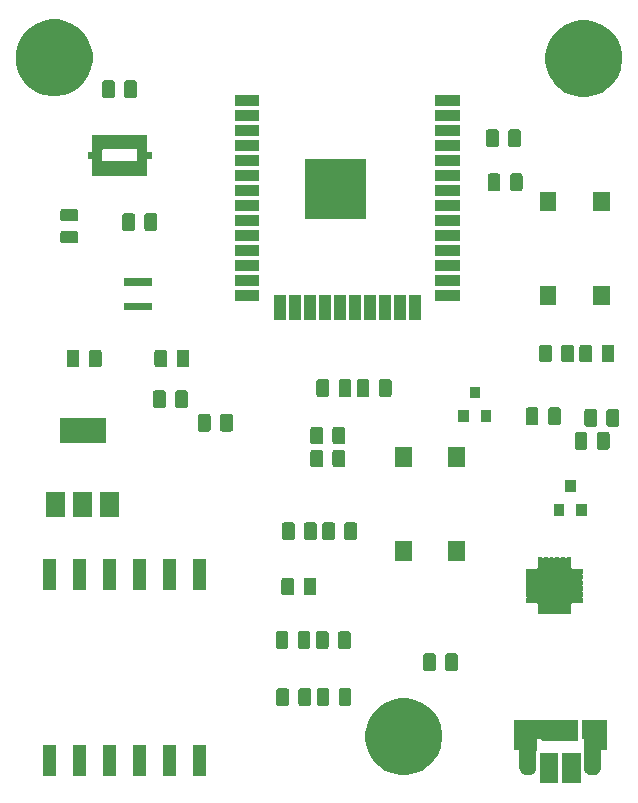
<source format=gts>
G04 #@! TF.GenerationSoftware,KiCad,Pcbnew,(5.0.1-3-g963ef8bb5)*
G04 #@! TF.CreationDate,2019-10-19T22:42:43+03:00*
G04 #@! TF.ProjectId,kangal-bcu,6B616E67616C2D6263752E6B69636164,rev?*
G04 #@! TF.SameCoordinates,Original*
G04 #@! TF.FileFunction,Soldermask,Top*
G04 #@! TF.FilePolarity,Negative*
%FSLAX46Y46*%
G04 Gerber Fmt 4.6, Leading zero omitted, Abs format (unit mm)*
G04 Created by KiCad (PCBNEW (5.0.1-3-g963ef8bb5)) date 2019 October 19, Saturday 22:42:43*
%MOMM*%
%LPD*%
G01*
G04 APERTURE LIST*
%ADD10C,0.100000*%
G04 APERTURE END LIST*
D10*
G36*
X221538000Y-115906500D02*
X220006000Y-115906500D01*
X220006000Y-113304500D01*
X221538000Y-113304500D01*
X221538000Y-115906500D01*
X221538000Y-115906500D01*
G37*
G36*
X219618000Y-115906500D02*
X218086000Y-115906500D01*
X218086000Y-113304500D01*
X219618000Y-113304500D01*
X219618000Y-115906500D01*
X219618000Y-115906500D01*
G37*
G36*
X189820000Y-115309500D02*
X188718000Y-115309500D01*
X188718000Y-112707500D01*
X189820000Y-112707500D01*
X189820000Y-115309500D01*
X189820000Y-115309500D01*
G37*
G36*
X187280000Y-115309500D02*
X186178000Y-115309500D01*
X186178000Y-112707500D01*
X187280000Y-112707500D01*
X187280000Y-115309500D01*
X187280000Y-115309500D01*
G37*
G36*
X184740000Y-115309500D02*
X183638000Y-115309500D01*
X183638000Y-112707500D01*
X184740000Y-112707500D01*
X184740000Y-115309500D01*
X184740000Y-115309500D01*
G37*
G36*
X182200000Y-115309500D02*
X181098000Y-115309500D01*
X181098000Y-112707500D01*
X182200000Y-112707500D01*
X182200000Y-115309500D01*
X182200000Y-115309500D01*
G37*
G36*
X179660000Y-115309500D02*
X178558000Y-115309500D01*
X178558000Y-112707500D01*
X179660000Y-112707500D01*
X179660000Y-115309500D01*
X179660000Y-115309500D01*
G37*
G36*
X177120000Y-115309500D02*
X176018000Y-115309500D01*
X176018000Y-112707500D01*
X177120000Y-112707500D01*
X177120000Y-115309500D01*
X177120000Y-115309500D01*
G37*
G36*
X217509817Y-110543196D02*
X217529334Y-110549117D01*
X217553367Y-110553898D01*
X217565620Y-110554500D01*
X218063761Y-110554500D01*
X218068554Y-110558434D01*
X218090165Y-110569985D01*
X218113614Y-110577098D01*
X218138000Y-110579500D01*
X221363000Y-110579500D01*
X221363000Y-112331500D01*
X218261000Y-112331500D01*
X218261000Y-112281500D01*
X218258598Y-112257114D01*
X218251485Y-112233665D01*
X218239934Y-112212054D01*
X218224388Y-112193112D01*
X218205446Y-112177566D01*
X218183835Y-112166015D01*
X218160386Y-112158902D01*
X218136000Y-112156500D01*
X217950500Y-112156500D01*
X217926114Y-112158902D01*
X217902665Y-112166015D01*
X217881054Y-112177566D01*
X217862112Y-112193112D01*
X217846566Y-112212054D01*
X217835015Y-112233665D01*
X217827902Y-112257114D01*
X217825500Y-112281500D01*
X217825500Y-113118726D01*
X217817515Y-113133665D01*
X217810402Y-113157114D01*
X217808000Y-113181500D01*
X217808000Y-114560170D01*
X217805726Y-114569248D01*
X217797495Y-114652820D01*
X217782936Y-114700814D01*
X217755980Y-114789676D01*
X217688568Y-114915796D01*
X217597843Y-115026343D01*
X217487296Y-115117068D01*
X217361177Y-115184479D01*
X217361174Y-115184480D01*
X217361172Y-115184481D01*
X217224321Y-115225995D01*
X217082000Y-115240012D01*
X216939680Y-115225995D01*
X216802829Y-115184481D01*
X216802827Y-115184480D01*
X216802824Y-115184479D01*
X216676705Y-115117068D01*
X216566160Y-115026345D01*
X216475430Y-114915792D01*
X216408021Y-114789677D01*
X216408019Y-114789672D01*
X216366505Y-114652821D01*
X216358274Y-114569248D01*
X216356000Y-114557814D01*
X216356000Y-113181500D01*
X216353598Y-113157114D01*
X216346485Y-113133665D01*
X216334934Y-113112054D01*
X216319388Y-113093112D01*
X216300446Y-113077566D01*
X216278835Y-113066015D01*
X216255386Y-113058902D01*
X216231000Y-113056500D01*
X215898500Y-113056500D01*
X215898500Y-112182920D01*
X215901485Y-112177335D01*
X215908598Y-112153886D01*
X215911000Y-112129500D01*
X215911000Y-110554500D01*
X217218379Y-110554500D01*
X217242765Y-110552098D01*
X217254665Y-110549117D01*
X217274182Y-110543196D01*
X217392000Y-110531593D01*
X217509817Y-110543196D01*
X217509817Y-110543196D01*
G37*
G36*
X222255407Y-110533898D02*
X222267659Y-110534500D01*
X223763000Y-110534500D01*
X223763000Y-112129500D01*
X223765402Y-112153886D01*
X223772515Y-112177335D01*
X223775500Y-112182920D01*
X223775500Y-113056500D01*
X223413000Y-113056500D01*
X223388614Y-113058902D01*
X223365165Y-113066015D01*
X223343554Y-113077566D01*
X223324612Y-113093112D01*
X223309066Y-113112054D01*
X223297515Y-113133665D01*
X223290402Y-113157114D01*
X223288000Y-113181500D01*
X223288000Y-114509849D01*
X223286190Y-114512054D01*
X223274639Y-114533665D01*
X223265726Y-114569248D01*
X223257495Y-114652820D01*
X223242936Y-114700814D01*
X223215980Y-114789676D01*
X223148568Y-114915796D01*
X223057843Y-115026343D01*
X222947296Y-115117068D01*
X222821177Y-115184479D01*
X222821174Y-115184480D01*
X222821172Y-115184481D01*
X222684321Y-115225995D01*
X222542000Y-115240012D01*
X222399680Y-115225995D01*
X222262829Y-115184481D01*
X222262827Y-115184480D01*
X222262824Y-115184479D01*
X222136705Y-115117068D01*
X222026160Y-115026345D01*
X221935430Y-114915792D01*
X221868021Y-114789677D01*
X221868019Y-114789672D01*
X221826505Y-114652821D01*
X221816000Y-114546159D01*
X221816000Y-114124842D01*
X221826505Y-114018180D01*
X221830617Y-114004624D01*
X221835398Y-113980592D01*
X221836000Y-113968339D01*
X221836000Y-112261500D01*
X221833598Y-112237114D01*
X221826485Y-112213665D01*
X221814934Y-112192054D01*
X221799388Y-112173112D01*
X221780446Y-112157566D01*
X221758835Y-112146015D01*
X221735386Y-112138902D01*
X221711000Y-112136500D01*
X221661000Y-112136500D01*
X221661000Y-111742086D01*
X221658598Y-111717700D01*
X221655617Y-111705800D01*
X221639696Y-111653318D01*
X221631000Y-111565019D01*
X221631000Y-111105982D01*
X221639696Y-111017683D01*
X221655617Y-110965201D01*
X221660398Y-110941168D01*
X221661000Y-110928915D01*
X221661000Y-110534500D01*
X222196341Y-110534500D01*
X222208593Y-110533898D01*
X222232000Y-110531593D01*
X222255407Y-110533898D01*
X222255407Y-110533898D01*
G37*
G36*
X207199739Y-108761967D02*
X207513782Y-108824434D01*
X208105426Y-109069501D01*
X208628410Y-109418948D01*
X208637895Y-109425286D01*
X209090714Y-109878105D01*
X209090716Y-109878108D01*
X209446499Y-110410574D01*
X209691566Y-111002218D01*
X209712207Y-111105986D01*
X209816500Y-111630303D01*
X209816500Y-112270697D01*
X209754033Y-112584739D01*
X209691566Y-112898782D01*
X209446499Y-113490426D01*
X209173164Y-113899500D01*
X209090714Y-114022895D01*
X208637895Y-114475714D01*
X208637892Y-114475716D01*
X208105426Y-114831499D01*
X207513782Y-115076566D01*
X207199739Y-115139033D01*
X206885697Y-115201500D01*
X206245303Y-115201500D01*
X205931261Y-115139033D01*
X205617218Y-115076566D01*
X205025574Y-114831499D01*
X204493108Y-114475716D01*
X204493105Y-114475714D01*
X204040286Y-114022895D01*
X203957836Y-113899500D01*
X203684501Y-113490426D01*
X203439434Y-112898782D01*
X203376967Y-112584739D01*
X203314500Y-112270697D01*
X203314500Y-111630303D01*
X203418793Y-111105986D01*
X203439434Y-111002218D01*
X203684501Y-110410574D01*
X204040284Y-109878108D01*
X204040286Y-109878105D01*
X204493105Y-109425286D01*
X204502590Y-109418948D01*
X205025574Y-109069501D01*
X205617218Y-108824434D01*
X205931261Y-108761967D01*
X206245303Y-108699500D01*
X206885697Y-108699500D01*
X207199739Y-108761967D01*
X207199739Y-108761967D01*
G37*
G36*
X196685467Y-107851566D02*
X196724138Y-107863297D01*
X196759780Y-107882349D01*
X196791018Y-107907984D01*
X196816653Y-107939222D01*
X196835705Y-107974864D01*
X196847436Y-108013535D01*
X196852001Y-108059889D01*
X196852001Y-109136113D01*
X196847436Y-109182467D01*
X196835705Y-109221138D01*
X196816653Y-109256780D01*
X196791018Y-109288018D01*
X196759780Y-109313653D01*
X196724138Y-109332705D01*
X196685467Y-109344436D01*
X196639113Y-109349001D01*
X195987889Y-109349001D01*
X195941535Y-109344436D01*
X195902864Y-109332705D01*
X195867222Y-109313653D01*
X195835984Y-109288018D01*
X195810349Y-109256780D01*
X195791297Y-109221138D01*
X195779566Y-109182467D01*
X195775001Y-109136113D01*
X195775001Y-108059889D01*
X195779566Y-108013535D01*
X195791297Y-107974864D01*
X195810349Y-107939222D01*
X195835984Y-107907984D01*
X195867222Y-107882349D01*
X195902864Y-107863297D01*
X195941535Y-107851566D01*
X195987889Y-107847001D01*
X196639113Y-107847001D01*
X196685467Y-107851566D01*
X196685467Y-107851566D01*
G37*
G36*
X198560467Y-107851566D02*
X198599138Y-107863297D01*
X198634780Y-107882349D01*
X198666018Y-107907984D01*
X198691653Y-107939222D01*
X198710705Y-107974864D01*
X198722436Y-108013535D01*
X198727001Y-108059889D01*
X198727001Y-109136113D01*
X198722436Y-109182467D01*
X198710705Y-109221138D01*
X198691653Y-109256780D01*
X198666018Y-109288018D01*
X198634780Y-109313653D01*
X198599138Y-109332705D01*
X198560467Y-109344436D01*
X198514113Y-109349001D01*
X197862889Y-109349001D01*
X197816535Y-109344436D01*
X197777864Y-109332705D01*
X197742222Y-109313653D01*
X197710984Y-109288018D01*
X197685349Y-109256780D01*
X197666297Y-109221138D01*
X197654566Y-109182467D01*
X197650001Y-109136113D01*
X197650001Y-108059889D01*
X197654566Y-108013535D01*
X197666297Y-107974864D01*
X197685349Y-107939222D01*
X197710984Y-107907984D01*
X197742222Y-107882349D01*
X197777864Y-107863297D01*
X197816535Y-107851566D01*
X197862889Y-107847001D01*
X198514113Y-107847001D01*
X198560467Y-107851566D01*
X198560467Y-107851566D01*
G37*
G36*
X200095467Y-107851566D02*
X200134138Y-107863297D01*
X200169780Y-107882349D01*
X200201018Y-107907984D01*
X200226653Y-107939222D01*
X200245705Y-107974864D01*
X200257436Y-108013535D01*
X200262001Y-108059889D01*
X200262001Y-109136113D01*
X200257436Y-109182467D01*
X200245705Y-109221138D01*
X200226653Y-109256780D01*
X200201018Y-109288018D01*
X200169780Y-109313653D01*
X200134138Y-109332705D01*
X200095467Y-109344436D01*
X200049113Y-109349001D01*
X199397889Y-109349001D01*
X199351535Y-109344436D01*
X199312864Y-109332705D01*
X199277222Y-109313653D01*
X199245984Y-109288018D01*
X199220349Y-109256780D01*
X199201297Y-109221138D01*
X199189566Y-109182467D01*
X199185001Y-109136113D01*
X199185001Y-108059889D01*
X199189566Y-108013535D01*
X199201297Y-107974864D01*
X199220349Y-107939222D01*
X199245984Y-107907984D01*
X199277222Y-107882349D01*
X199312864Y-107863297D01*
X199351535Y-107851566D01*
X199397889Y-107847001D01*
X200049113Y-107847001D01*
X200095467Y-107851566D01*
X200095467Y-107851566D01*
G37*
G36*
X201970467Y-107851566D02*
X202009138Y-107863297D01*
X202044780Y-107882349D01*
X202076018Y-107907984D01*
X202101653Y-107939222D01*
X202120705Y-107974864D01*
X202132436Y-108013535D01*
X202137001Y-108059889D01*
X202137001Y-109136113D01*
X202132436Y-109182467D01*
X202120705Y-109221138D01*
X202101653Y-109256780D01*
X202076018Y-109288018D01*
X202044780Y-109313653D01*
X202009138Y-109332705D01*
X201970467Y-109344436D01*
X201924113Y-109349001D01*
X201272889Y-109349001D01*
X201226535Y-109344436D01*
X201187864Y-109332705D01*
X201152222Y-109313653D01*
X201120984Y-109288018D01*
X201095349Y-109256780D01*
X201076297Y-109221138D01*
X201064566Y-109182467D01*
X201060001Y-109136113D01*
X201060001Y-108059889D01*
X201064566Y-108013535D01*
X201076297Y-107974864D01*
X201095349Y-107939222D01*
X201120984Y-107907984D01*
X201152222Y-107882349D01*
X201187864Y-107863297D01*
X201226535Y-107851566D01*
X201272889Y-107847001D01*
X201924113Y-107847001D01*
X201970467Y-107851566D01*
X201970467Y-107851566D01*
G37*
G36*
X209111466Y-104917565D02*
X209150137Y-104929296D01*
X209185779Y-104948348D01*
X209217017Y-104973983D01*
X209242652Y-105005221D01*
X209261704Y-105040863D01*
X209273435Y-105079534D01*
X209278000Y-105125888D01*
X209278000Y-106202112D01*
X209273435Y-106248466D01*
X209261704Y-106287137D01*
X209242652Y-106322779D01*
X209217017Y-106354017D01*
X209185779Y-106379652D01*
X209150137Y-106398704D01*
X209111466Y-106410435D01*
X209065112Y-106415000D01*
X208413888Y-106415000D01*
X208367534Y-106410435D01*
X208328863Y-106398704D01*
X208293221Y-106379652D01*
X208261983Y-106354017D01*
X208236348Y-106322779D01*
X208217296Y-106287137D01*
X208205565Y-106248466D01*
X208201000Y-106202112D01*
X208201000Y-105125888D01*
X208205565Y-105079534D01*
X208217296Y-105040863D01*
X208236348Y-105005221D01*
X208261983Y-104973983D01*
X208293221Y-104948348D01*
X208328863Y-104929296D01*
X208367534Y-104917565D01*
X208413888Y-104913000D01*
X209065112Y-104913000D01*
X209111466Y-104917565D01*
X209111466Y-104917565D01*
G37*
G36*
X210986466Y-104917565D02*
X211025137Y-104929296D01*
X211060779Y-104948348D01*
X211092017Y-104973983D01*
X211117652Y-105005221D01*
X211136704Y-105040863D01*
X211148435Y-105079534D01*
X211153000Y-105125888D01*
X211153000Y-106202112D01*
X211148435Y-106248466D01*
X211136704Y-106287137D01*
X211117652Y-106322779D01*
X211092017Y-106354017D01*
X211060779Y-106379652D01*
X211025137Y-106398704D01*
X210986466Y-106410435D01*
X210940112Y-106415000D01*
X210288888Y-106415000D01*
X210242534Y-106410435D01*
X210203863Y-106398704D01*
X210168221Y-106379652D01*
X210136983Y-106354017D01*
X210111348Y-106322779D01*
X210092296Y-106287137D01*
X210080565Y-106248466D01*
X210076000Y-106202112D01*
X210076000Y-105125888D01*
X210080565Y-105079534D01*
X210092296Y-105040863D01*
X210111348Y-105005221D01*
X210136983Y-104973983D01*
X210168221Y-104948348D01*
X210203863Y-104929296D01*
X210242534Y-104917565D01*
X210288888Y-104913000D01*
X210940112Y-104913000D01*
X210986466Y-104917565D01*
X210986466Y-104917565D01*
G37*
G36*
X196634467Y-103025566D02*
X196673138Y-103037297D01*
X196708780Y-103056349D01*
X196740018Y-103081984D01*
X196765653Y-103113222D01*
X196784705Y-103148864D01*
X196796436Y-103187535D01*
X196801001Y-103233889D01*
X196801001Y-104310113D01*
X196796436Y-104356467D01*
X196784705Y-104395138D01*
X196765653Y-104430780D01*
X196740018Y-104462018D01*
X196708780Y-104487653D01*
X196673138Y-104506705D01*
X196634467Y-104518436D01*
X196588113Y-104523001D01*
X195936889Y-104523001D01*
X195890535Y-104518436D01*
X195851864Y-104506705D01*
X195816222Y-104487653D01*
X195784984Y-104462018D01*
X195759349Y-104430780D01*
X195740297Y-104395138D01*
X195728566Y-104356467D01*
X195724001Y-104310113D01*
X195724001Y-103233889D01*
X195728566Y-103187535D01*
X195740297Y-103148864D01*
X195759349Y-103113222D01*
X195784984Y-103081984D01*
X195816222Y-103056349D01*
X195851864Y-103037297D01*
X195890535Y-103025566D01*
X195936889Y-103021001D01*
X196588113Y-103021001D01*
X196634467Y-103025566D01*
X196634467Y-103025566D01*
G37*
G36*
X198509467Y-103025566D02*
X198548138Y-103037297D01*
X198583780Y-103056349D01*
X198615018Y-103081984D01*
X198640653Y-103113222D01*
X198659705Y-103148864D01*
X198671436Y-103187535D01*
X198676001Y-103233889D01*
X198676001Y-104310113D01*
X198671436Y-104356467D01*
X198659705Y-104395138D01*
X198640653Y-104430780D01*
X198615018Y-104462018D01*
X198583780Y-104487653D01*
X198548138Y-104506705D01*
X198509467Y-104518436D01*
X198463113Y-104523001D01*
X197811889Y-104523001D01*
X197765535Y-104518436D01*
X197726864Y-104506705D01*
X197691222Y-104487653D01*
X197659984Y-104462018D01*
X197634349Y-104430780D01*
X197615297Y-104395138D01*
X197603566Y-104356467D01*
X197599001Y-104310113D01*
X197599001Y-103233889D01*
X197603566Y-103187535D01*
X197615297Y-103148864D01*
X197634349Y-103113222D01*
X197659984Y-103081984D01*
X197691222Y-103056349D01*
X197726864Y-103037297D01*
X197765535Y-103025566D01*
X197811889Y-103021001D01*
X198463113Y-103021001D01*
X198509467Y-103025566D01*
X198509467Y-103025566D01*
G37*
G36*
X200044467Y-103025566D02*
X200083138Y-103037297D01*
X200118780Y-103056349D01*
X200150018Y-103081984D01*
X200175653Y-103113222D01*
X200194705Y-103148864D01*
X200206436Y-103187535D01*
X200211001Y-103233889D01*
X200211001Y-104310113D01*
X200206436Y-104356467D01*
X200194705Y-104395138D01*
X200175653Y-104430780D01*
X200150018Y-104462018D01*
X200118780Y-104487653D01*
X200083138Y-104506705D01*
X200044467Y-104518436D01*
X199998113Y-104523001D01*
X199346889Y-104523001D01*
X199300535Y-104518436D01*
X199261864Y-104506705D01*
X199226222Y-104487653D01*
X199194984Y-104462018D01*
X199169349Y-104430780D01*
X199150297Y-104395138D01*
X199138566Y-104356467D01*
X199134001Y-104310113D01*
X199134001Y-103233889D01*
X199138566Y-103187535D01*
X199150297Y-103148864D01*
X199169349Y-103113222D01*
X199194984Y-103081984D01*
X199226222Y-103056349D01*
X199261864Y-103037297D01*
X199300535Y-103025566D01*
X199346889Y-103021001D01*
X199998113Y-103021001D01*
X200044467Y-103025566D01*
X200044467Y-103025566D01*
G37*
G36*
X201919467Y-103025566D02*
X201958138Y-103037297D01*
X201993780Y-103056349D01*
X202025018Y-103081984D01*
X202050653Y-103113222D01*
X202069705Y-103148864D01*
X202081436Y-103187535D01*
X202086001Y-103233889D01*
X202086001Y-104310113D01*
X202081436Y-104356467D01*
X202069705Y-104395138D01*
X202050653Y-104430780D01*
X202025018Y-104462018D01*
X201993780Y-104487653D01*
X201958138Y-104506705D01*
X201919467Y-104518436D01*
X201873113Y-104523001D01*
X201221889Y-104523001D01*
X201175535Y-104518436D01*
X201136864Y-104506705D01*
X201101222Y-104487653D01*
X201069984Y-104462018D01*
X201044349Y-104430780D01*
X201025297Y-104395138D01*
X201013566Y-104356467D01*
X201009001Y-104310113D01*
X201009001Y-103233889D01*
X201013566Y-103187535D01*
X201025297Y-103148864D01*
X201044349Y-103113222D01*
X201069984Y-103081984D01*
X201101222Y-103056349D01*
X201136864Y-103037297D01*
X201175535Y-103025566D01*
X201221889Y-103021001D01*
X201873113Y-103021001D01*
X201919467Y-103025566D01*
X201919467Y-103025566D01*
G37*
G36*
X218234357Y-96787083D02*
X218239028Y-96788500D01*
X218243330Y-96790800D01*
X218249705Y-96796031D01*
X218270080Y-96809644D01*
X218292719Y-96819020D01*
X218316753Y-96823800D01*
X218341257Y-96823799D01*
X218365291Y-96819017D01*
X218387929Y-96809639D01*
X218408295Y-96796031D01*
X218414670Y-96790800D01*
X218418972Y-96788500D01*
X218423643Y-96787083D01*
X218434641Y-96786000D01*
X218723359Y-96786000D01*
X218734357Y-96787083D01*
X218739028Y-96788500D01*
X218743330Y-96790800D01*
X218749705Y-96796031D01*
X218770080Y-96809644D01*
X218792719Y-96819020D01*
X218816753Y-96823800D01*
X218841257Y-96823799D01*
X218865291Y-96819017D01*
X218887929Y-96809639D01*
X218908295Y-96796031D01*
X218914670Y-96790800D01*
X218918972Y-96788500D01*
X218923643Y-96787083D01*
X218934641Y-96786000D01*
X219223359Y-96786000D01*
X219234357Y-96787083D01*
X219239028Y-96788500D01*
X219243330Y-96790800D01*
X219249705Y-96796031D01*
X219270080Y-96809644D01*
X219292719Y-96819020D01*
X219316753Y-96823800D01*
X219341257Y-96823799D01*
X219365291Y-96819017D01*
X219387929Y-96809639D01*
X219408295Y-96796031D01*
X219414670Y-96790800D01*
X219418972Y-96788500D01*
X219423643Y-96787083D01*
X219434641Y-96786000D01*
X219723359Y-96786000D01*
X219734357Y-96787083D01*
X219739028Y-96788500D01*
X219743330Y-96790800D01*
X219749705Y-96796031D01*
X219770080Y-96809644D01*
X219792719Y-96819020D01*
X219816753Y-96823800D01*
X219841257Y-96823799D01*
X219865291Y-96819017D01*
X219887929Y-96809639D01*
X219908295Y-96796031D01*
X219914670Y-96790800D01*
X219918972Y-96788500D01*
X219923643Y-96787083D01*
X219934641Y-96786000D01*
X220223359Y-96786000D01*
X220234357Y-96787083D01*
X220239028Y-96788500D01*
X220243330Y-96790800D01*
X220249705Y-96796031D01*
X220270080Y-96809644D01*
X220292719Y-96819020D01*
X220316753Y-96823800D01*
X220341257Y-96823799D01*
X220365291Y-96819017D01*
X220387929Y-96809639D01*
X220408295Y-96796031D01*
X220414670Y-96790800D01*
X220418972Y-96788500D01*
X220423643Y-96787083D01*
X220434641Y-96786000D01*
X220723359Y-96786000D01*
X220734357Y-96787083D01*
X220739028Y-96788500D01*
X220743330Y-96790800D01*
X220747104Y-96793896D01*
X220750200Y-96797670D01*
X220752500Y-96801972D01*
X220753917Y-96806643D01*
X220755000Y-96817641D01*
X220755000Y-97636000D01*
X220757402Y-97660386D01*
X220764515Y-97683835D01*
X220776066Y-97705446D01*
X220791612Y-97724388D01*
X220810554Y-97739934D01*
X220832165Y-97751485D01*
X220855614Y-97758598D01*
X220880000Y-97761000D01*
X221698359Y-97761000D01*
X221709357Y-97762083D01*
X221714028Y-97763500D01*
X221718330Y-97765800D01*
X221722104Y-97768896D01*
X221725200Y-97772670D01*
X221727500Y-97776972D01*
X221728917Y-97781643D01*
X221730000Y-97792641D01*
X221730000Y-98081359D01*
X221728917Y-98092357D01*
X221727500Y-98097028D01*
X221725200Y-98101330D01*
X221719969Y-98107705D01*
X221706356Y-98128080D01*
X221696980Y-98150719D01*
X221692200Y-98174753D01*
X221692201Y-98199257D01*
X221696983Y-98223291D01*
X221706361Y-98245929D01*
X221719969Y-98266295D01*
X221725200Y-98272670D01*
X221727500Y-98276972D01*
X221728917Y-98281643D01*
X221730000Y-98292641D01*
X221730000Y-98581359D01*
X221728917Y-98592357D01*
X221727500Y-98597028D01*
X221725200Y-98601330D01*
X221719969Y-98607705D01*
X221706356Y-98628080D01*
X221696980Y-98650719D01*
X221692200Y-98674753D01*
X221692201Y-98699257D01*
X221696983Y-98723291D01*
X221706361Y-98745929D01*
X221719969Y-98766295D01*
X221725200Y-98772670D01*
X221727500Y-98776972D01*
X221728917Y-98781643D01*
X221730000Y-98792641D01*
X221730000Y-99081359D01*
X221728917Y-99092357D01*
X221727500Y-99097028D01*
X221725200Y-99101330D01*
X221719969Y-99107705D01*
X221706356Y-99128080D01*
X221696980Y-99150719D01*
X221692200Y-99174753D01*
X221692201Y-99199257D01*
X221696983Y-99223291D01*
X221706361Y-99245929D01*
X221719969Y-99266295D01*
X221725200Y-99272670D01*
X221727500Y-99276972D01*
X221728917Y-99281643D01*
X221730000Y-99292641D01*
X221730000Y-99581359D01*
X221728917Y-99592357D01*
X221727500Y-99597028D01*
X221725200Y-99601330D01*
X221719969Y-99607705D01*
X221706356Y-99628080D01*
X221696980Y-99650719D01*
X221692200Y-99674753D01*
X221692201Y-99699257D01*
X221696983Y-99723291D01*
X221706361Y-99745929D01*
X221719969Y-99766295D01*
X221725200Y-99772670D01*
X221727500Y-99776972D01*
X221728917Y-99781643D01*
X221730000Y-99792641D01*
X221730000Y-100081359D01*
X221728917Y-100092357D01*
X221727500Y-100097028D01*
X221725200Y-100101330D01*
X221719969Y-100107705D01*
X221706356Y-100128080D01*
X221696980Y-100150719D01*
X221692200Y-100174753D01*
X221692201Y-100199257D01*
X221696983Y-100223291D01*
X221706361Y-100245929D01*
X221719969Y-100266295D01*
X221725200Y-100272670D01*
X221727500Y-100276972D01*
X221728917Y-100281643D01*
X221730000Y-100292641D01*
X221730000Y-100581359D01*
X221728917Y-100592357D01*
X221727500Y-100597028D01*
X221725200Y-100601330D01*
X221722104Y-100605104D01*
X221718330Y-100608200D01*
X221714028Y-100610500D01*
X221709357Y-100611917D01*
X221698359Y-100613000D01*
X220880000Y-100613000D01*
X220855614Y-100615402D01*
X220832165Y-100622515D01*
X220810554Y-100634066D01*
X220791612Y-100649612D01*
X220776066Y-100668554D01*
X220764515Y-100690165D01*
X220757402Y-100713614D01*
X220755000Y-100738000D01*
X220755000Y-101556359D01*
X220753917Y-101567357D01*
X220752500Y-101572028D01*
X220750200Y-101576330D01*
X220747104Y-101580104D01*
X220743330Y-101583200D01*
X220739028Y-101585500D01*
X220734357Y-101586917D01*
X220723359Y-101588000D01*
X220434641Y-101588000D01*
X220423643Y-101586917D01*
X220418972Y-101585500D01*
X220414670Y-101583200D01*
X220408295Y-101577969D01*
X220387920Y-101564356D01*
X220365281Y-101554980D01*
X220341247Y-101550200D01*
X220316743Y-101550201D01*
X220292709Y-101554983D01*
X220270071Y-101564361D01*
X220249705Y-101577969D01*
X220243330Y-101583200D01*
X220239028Y-101585500D01*
X220234357Y-101586917D01*
X220223359Y-101588000D01*
X219934641Y-101588000D01*
X219923643Y-101586917D01*
X219918972Y-101585500D01*
X219914670Y-101583200D01*
X219908295Y-101577969D01*
X219887920Y-101564356D01*
X219865281Y-101554980D01*
X219841247Y-101550200D01*
X219816743Y-101550201D01*
X219792709Y-101554983D01*
X219770071Y-101564361D01*
X219749705Y-101577969D01*
X219743330Y-101583200D01*
X219739028Y-101585500D01*
X219734357Y-101586917D01*
X219723359Y-101588000D01*
X219434641Y-101588000D01*
X219423643Y-101586917D01*
X219418972Y-101585500D01*
X219414670Y-101583200D01*
X219408295Y-101577969D01*
X219387920Y-101564356D01*
X219365281Y-101554980D01*
X219341247Y-101550200D01*
X219316743Y-101550201D01*
X219292709Y-101554983D01*
X219270071Y-101564361D01*
X219249705Y-101577969D01*
X219243330Y-101583200D01*
X219239028Y-101585500D01*
X219234357Y-101586917D01*
X219223359Y-101588000D01*
X218934641Y-101588000D01*
X218923643Y-101586917D01*
X218918972Y-101585500D01*
X218914670Y-101583200D01*
X218908295Y-101577969D01*
X218887920Y-101564356D01*
X218865281Y-101554980D01*
X218841247Y-101550200D01*
X218816743Y-101550201D01*
X218792709Y-101554983D01*
X218770071Y-101564361D01*
X218749705Y-101577969D01*
X218743330Y-101583200D01*
X218739028Y-101585500D01*
X218734357Y-101586917D01*
X218723359Y-101588000D01*
X218434641Y-101588000D01*
X218423643Y-101586917D01*
X218418972Y-101585500D01*
X218414670Y-101583200D01*
X218408295Y-101577969D01*
X218387920Y-101564356D01*
X218365281Y-101554980D01*
X218341247Y-101550200D01*
X218316743Y-101550201D01*
X218292709Y-101554983D01*
X218270071Y-101564361D01*
X218249705Y-101577969D01*
X218243330Y-101583200D01*
X218239028Y-101585500D01*
X218234357Y-101586917D01*
X218223359Y-101588000D01*
X217934641Y-101588000D01*
X217923643Y-101586917D01*
X217918972Y-101585500D01*
X217914670Y-101583200D01*
X217910896Y-101580104D01*
X217907800Y-101576330D01*
X217905500Y-101572028D01*
X217904083Y-101567357D01*
X217903000Y-101556359D01*
X217903000Y-100738000D01*
X217900598Y-100713614D01*
X217893485Y-100690165D01*
X217881934Y-100668554D01*
X217866388Y-100649612D01*
X217847446Y-100634066D01*
X217825835Y-100622515D01*
X217802386Y-100615402D01*
X217778000Y-100613000D01*
X216959641Y-100613000D01*
X216948643Y-100611917D01*
X216943972Y-100610500D01*
X216939670Y-100608200D01*
X216935896Y-100605104D01*
X216932800Y-100601330D01*
X216930500Y-100597028D01*
X216929083Y-100592357D01*
X216928000Y-100581359D01*
X216928000Y-100292641D01*
X216929083Y-100281643D01*
X216930500Y-100276972D01*
X216932800Y-100272670D01*
X216938031Y-100266295D01*
X216951644Y-100245920D01*
X216961020Y-100223281D01*
X216965800Y-100199247D01*
X216965799Y-100174743D01*
X216961017Y-100150709D01*
X216951639Y-100128071D01*
X216938031Y-100107705D01*
X216932800Y-100101330D01*
X216930500Y-100097028D01*
X216929083Y-100092357D01*
X216928000Y-100081359D01*
X216928000Y-99792641D01*
X216929083Y-99781643D01*
X216930500Y-99776972D01*
X216932800Y-99772670D01*
X216938031Y-99766295D01*
X216951644Y-99745920D01*
X216961020Y-99723281D01*
X216965800Y-99699247D01*
X216965799Y-99674743D01*
X216961017Y-99650709D01*
X216951639Y-99628071D01*
X216938031Y-99607705D01*
X216932800Y-99601330D01*
X216930500Y-99597028D01*
X216929083Y-99592357D01*
X216928000Y-99581359D01*
X216928000Y-99292641D01*
X216929083Y-99281643D01*
X216930500Y-99276972D01*
X216932800Y-99272670D01*
X216938031Y-99266295D01*
X216951644Y-99245920D01*
X216961020Y-99223281D01*
X216965800Y-99199247D01*
X216965799Y-99174743D01*
X216961017Y-99150709D01*
X216951639Y-99128071D01*
X216938031Y-99107705D01*
X216932800Y-99101330D01*
X216930500Y-99097028D01*
X216929083Y-99092357D01*
X216928000Y-99081359D01*
X216928000Y-98792641D01*
X216929083Y-98781643D01*
X216930500Y-98776972D01*
X216932800Y-98772670D01*
X216938031Y-98766295D01*
X216951644Y-98745920D01*
X216961020Y-98723281D01*
X216965800Y-98699247D01*
X216965799Y-98674743D01*
X216961017Y-98650709D01*
X216951639Y-98628071D01*
X216938031Y-98607705D01*
X216932800Y-98601330D01*
X216930500Y-98597028D01*
X216929083Y-98592357D01*
X216928000Y-98581359D01*
X216928000Y-98292641D01*
X216929083Y-98281643D01*
X216930500Y-98276972D01*
X216932800Y-98272670D01*
X216938031Y-98266295D01*
X216951644Y-98245920D01*
X216961020Y-98223281D01*
X216965800Y-98199247D01*
X216965799Y-98174743D01*
X216961017Y-98150709D01*
X216951639Y-98128071D01*
X216938031Y-98107705D01*
X216932800Y-98101330D01*
X216930500Y-98097028D01*
X216929083Y-98092357D01*
X216928000Y-98081359D01*
X216928000Y-97792641D01*
X216929083Y-97781643D01*
X216930500Y-97776972D01*
X216932800Y-97772670D01*
X216935896Y-97768896D01*
X216939670Y-97765800D01*
X216943972Y-97763500D01*
X216948643Y-97762083D01*
X216959641Y-97761000D01*
X217778000Y-97761000D01*
X217802386Y-97758598D01*
X217825835Y-97751485D01*
X217847446Y-97739934D01*
X217866388Y-97724388D01*
X217881934Y-97705446D01*
X217893485Y-97683835D01*
X217900598Y-97660386D01*
X217903000Y-97636000D01*
X217903000Y-96817641D01*
X217904083Y-96806643D01*
X217905500Y-96801972D01*
X217907800Y-96797670D01*
X217910896Y-96793896D01*
X217914670Y-96790800D01*
X217918972Y-96788500D01*
X217923643Y-96787083D01*
X217934641Y-96786000D01*
X218223359Y-96786000D01*
X218234357Y-96787083D01*
X218234357Y-96787083D01*
G37*
G36*
X198996965Y-98509564D02*
X199035636Y-98521295D01*
X199071278Y-98540347D01*
X199102516Y-98565982D01*
X199128151Y-98597220D01*
X199147203Y-98632862D01*
X199158934Y-98671533D01*
X199163499Y-98717887D01*
X199163499Y-99794111D01*
X199158934Y-99840465D01*
X199147203Y-99879136D01*
X199128151Y-99914778D01*
X199102516Y-99946016D01*
X199071278Y-99971651D01*
X199035636Y-99990703D01*
X198996965Y-100002434D01*
X198950611Y-100006999D01*
X198299387Y-100006999D01*
X198253033Y-100002434D01*
X198214362Y-99990703D01*
X198178720Y-99971651D01*
X198147482Y-99946016D01*
X198121847Y-99914778D01*
X198102795Y-99879136D01*
X198091064Y-99840465D01*
X198086499Y-99794111D01*
X198086499Y-98717887D01*
X198091064Y-98671533D01*
X198102795Y-98632862D01*
X198121847Y-98597220D01*
X198147482Y-98565982D01*
X198178720Y-98540347D01*
X198214362Y-98521295D01*
X198253033Y-98509564D01*
X198299387Y-98504999D01*
X198950611Y-98504999D01*
X198996965Y-98509564D01*
X198996965Y-98509564D01*
G37*
G36*
X197121965Y-98509564D02*
X197160636Y-98521295D01*
X197196278Y-98540347D01*
X197227516Y-98565982D01*
X197253151Y-98597220D01*
X197272203Y-98632862D01*
X197283934Y-98671533D01*
X197288499Y-98717887D01*
X197288499Y-99794111D01*
X197283934Y-99840465D01*
X197272203Y-99879136D01*
X197253151Y-99914778D01*
X197227516Y-99946016D01*
X197196278Y-99971651D01*
X197160636Y-99990703D01*
X197121965Y-100002434D01*
X197075611Y-100006999D01*
X196424387Y-100006999D01*
X196378033Y-100002434D01*
X196339362Y-99990703D01*
X196303720Y-99971651D01*
X196272482Y-99946016D01*
X196246847Y-99914778D01*
X196227795Y-99879136D01*
X196216064Y-99840465D01*
X196211499Y-99794111D01*
X196211499Y-98717887D01*
X196216064Y-98671533D01*
X196227795Y-98632862D01*
X196246847Y-98597220D01*
X196272482Y-98565982D01*
X196303720Y-98540347D01*
X196339362Y-98521295D01*
X196378033Y-98509564D01*
X196424387Y-98504999D01*
X197075611Y-98504999D01*
X197121965Y-98509564D01*
X197121965Y-98509564D01*
G37*
G36*
X184740000Y-99509500D02*
X183638000Y-99509500D01*
X183638000Y-96907500D01*
X184740000Y-96907500D01*
X184740000Y-99509500D01*
X184740000Y-99509500D01*
G37*
G36*
X189820000Y-99509500D02*
X188718000Y-99509500D01*
X188718000Y-96907500D01*
X189820000Y-96907500D01*
X189820000Y-99509500D01*
X189820000Y-99509500D01*
G37*
G36*
X177120000Y-99509500D02*
X176018000Y-99509500D01*
X176018000Y-96907500D01*
X177120000Y-96907500D01*
X177120000Y-99509500D01*
X177120000Y-99509500D01*
G37*
G36*
X187280000Y-99509500D02*
X186178000Y-99509500D01*
X186178000Y-96907500D01*
X187280000Y-96907500D01*
X187280000Y-99509500D01*
X187280000Y-99509500D01*
G37*
G36*
X182200000Y-99509500D02*
X181098000Y-99509500D01*
X181098000Y-96907500D01*
X182200000Y-96907500D01*
X182200000Y-99509500D01*
X182200000Y-99509500D01*
G37*
G36*
X179660000Y-99509500D02*
X178558000Y-99509500D01*
X178558000Y-96907500D01*
X179660000Y-96907500D01*
X179660000Y-99509500D01*
X179660000Y-99509500D01*
G37*
G36*
X207239000Y-97071500D02*
X205837000Y-97071500D01*
X205837000Y-95419500D01*
X207239000Y-95419500D01*
X207239000Y-97071500D01*
X207239000Y-97071500D01*
G37*
G36*
X211739000Y-97071500D02*
X210337000Y-97071500D01*
X210337000Y-95419500D01*
X211739000Y-95419500D01*
X211739000Y-97071500D01*
X211739000Y-97071500D01*
G37*
G36*
X202452967Y-93818066D02*
X202491638Y-93829797D01*
X202527280Y-93848849D01*
X202558518Y-93874484D01*
X202584153Y-93905722D01*
X202603205Y-93941364D01*
X202614936Y-93980035D01*
X202619501Y-94026389D01*
X202619501Y-95102613D01*
X202614936Y-95148967D01*
X202603205Y-95187638D01*
X202584153Y-95223280D01*
X202558518Y-95254518D01*
X202527280Y-95280153D01*
X202491638Y-95299205D01*
X202452967Y-95310936D01*
X202406613Y-95315501D01*
X201755389Y-95315501D01*
X201709035Y-95310936D01*
X201670364Y-95299205D01*
X201634722Y-95280153D01*
X201603484Y-95254518D01*
X201577849Y-95223280D01*
X201558797Y-95187638D01*
X201547066Y-95148967D01*
X201542501Y-95102613D01*
X201542501Y-94026389D01*
X201547066Y-93980035D01*
X201558797Y-93941364D01*
X201577849Y-93905722D01*
X201603484Y-93874484D01*
X201634722Y-93848849D01*
X201670364Y-93829797D01*
X201709035Y-93818066D01*
X201755389Y-93813501D01*
X202406613Y-93813501D01*
X202452967Y-93818066D01*
X202452967Y-93818066D01*
G37*
G36*
X200577967Y-93818066D02*
X200616638Y-93829797D01*
X200652280Y-93848849D01*
X200683518Y-93874484D01*
X200709153Y-93905722D01*
X200728205Y-93941364D01*
X200739936Y-93980035D01*
X200744501Y-94026389D01*
X200744501Y-95102613D01*
X200739936Y-95148967D01*
X200728205Y-95187638D01*
X200709153Y-95223280D01*
X200683518Y-95254518D01*
X200652280Y-95280153D01*
X200616638Y-95299205D01*
X200577967Y-95310936D01*
X200531613Y-95315501D01*
X199880389Y-95315501D01*
X199834035Y-95310936D01*
X199795364Y-95299205D01*
X199759722Y-95280153D01*
X199728484Y-95254518D01*
X199702849Y-95223280D01*
X199683797Y-95187638D01*
X199672066Y-95148967D01*
X199667501Y-95102613D01*
X199667501Y-94026389D01*
X199672066Y-93980035D01*
X199683797Y-93941364D01*
X199702849Y-93905722D01*
X199728484Y-93874484D01*
X199759722Y-93848849D01*
X199795364Y-93829797D01*
X199834035Y-93818066D01*
X199880389Y-93813501D01*
X200531613Y-93813501D01*
X200577967Y-93818066D01*
X200577967Y-93818066D01*
G37*
G36*
X199042967Y-93818066D02*
X199081638Y-93829797D01*
X199117280Y-93848849D01*
X199148518Y-93874484D01*
X199174153Y-93905722D01*
X199193205Y-93941364D01*
X199204936Y-93980035D01*
X199209501Y-94026389D01*
X199209501Y-95102613D01*
X199204936Y-95148967D01*
X199193205Y-95187638D01*
X199174153Y-95223280D01*
X199148518Y-95254518D01*
X199117280Y-95280153D01*
X199081638Y-95299205D01*
X199042967Y-95310936D01*
X198996613Y-95315501D01*
X198345389Y-95315501D01*
X198299035Y-95310936D01*
X198260364Y-95299205D01*
X198224722Y-95280153D01*
X198193484Y-95254518D01*
X198167849Y-95223280D01*
X198148797Y-95187638D01*
X198137066Y-95148967D01*
X198132501Y-95102613D01*
X198132501Y-94026389D01*
X198137066Y-93980035D01*
X198148797Y-93941364D01*
X198167849Y-93905722D01*
X198193484Y-93874484D01*
X198224722Y-93848849D01*
X198260364Y-93829797D01*
X198299035Y-93818066D01*
X198345389Y-93813501D01*
X198996613Y-93813501D01*
X199042967Y-93818066D01*
X199042967Y-93818066D01*
G37*
G36*
X197167967Y-93818066D02*
X197206638Y-93829797D01*
X197242280Y-93848849D01*
X197273518Y-93874484D01*
X197299153Y-93905722D01*
X197318205Y-93941364D01*
X197329936Y-93980035D01*
X197334501Y-94026389D01*
X197334501Y-95102613D01*
X197329936Y-95148967D01*
X197318205Y-95187638D01*
X197299153Y-95223280D01*
X197273518Y-95254518D01*
X197242280Y-95280153D01*
X197206638Y-95299205D01*
X197167967Y-95310936D01*
X197121613Y-95315501D01*
X196470389Y-95315501D01*
X196424035Y-95310936D01*
X196385364Y-95299205D01*
X196349722Y-95280153D01*
X196318484Y-95254518D01*
X196292849Y-95223280D01*
X196273797Y-95187638D01*
X196262066Y-95148967D01*
X196257501Y-95102613D01*
X196257501Y-94026389D01*
X196262066Y-93980035D01*
X196273797Y-93941364D01*
X196292849Y-93905722D01*
X196318484Y-93874484D01*
X196349722Y-93848849D01*
X196385364Y-93829797D01*
X196424035Y-93818066D01*
X196470389Y-93813501D01*
X197121613Y-93813501D01*
X197167967Y-93818066D01*
X197167967Y-93818066D01*
G37*
G36*
X177888500Y-93355000D02*
X176286500Y-93355000D01*
X176286500Y-91253000D01*
X177888500Y-91253000D01*
X177888500Y-93355000D01*
X177888500Y-93355000D01*
G37*
G36*
X182488500Y-93355000D02*
X180886500Y-93355000D01*
X180886500Y-91253000D01*
X182488500Y-91253000D01*
X182488500Y-93355000D01*
X182488500Y-93355000D01*
G37*
G36*
X180188500Y-93355000D02*
X178586500Y-93355000D01*
X178586500Y-91253000D01*
X180188500Y-91253000D01*
X180188500Y-93355000D01*
X180188500Y-93355000D01*
G37*
G36*
X222063500Y-93258500D02*
X221161500Y-93258500D01*
X221161500Y-92256500D01*
X222063500Y-92256500D01*
X222063500Y-93258500D01*
X222063500Y-93258500D01*
G37*
G36*
X220163500Y-93258500D02*
X219261500Y-93258500D01*
X219261500Y-92256500D01*
X220163500Y-92256500D01*
X220163500Y-93258500D01*
X220163500Y-93258500D01*
G37*
G36*
X221113500Y-91258500D02*
X220211500Y-91258500D01*
X220211500Y-90256500D01*
X221113500Y-90256500D01*
X221113500Y-91258500D01*
X221113500Y-91258500D01*
G37*
G36*
X201447467Y-87670066D02*
X201486138Y-87681797D01*
X201521780Y-87700849D01*
X201553018Y-87726484D01*
X201578653Y-87757722D01*
X201597705Y-87793364D01*
X201609436Y-87832035D01*
X201614001Y-87878389D01*
X201614001Y-88954613D01*
X201609436Y-89000967D01*
X201597705Y-89039638D01*
X201578653Y-89075280D01*
X201553018Y-89106518D01*
X201521780Y-89132153D01*
X201486138Y-89151205D01*
X201447467Y-89162936D01*
X201401113Y-89167501D01*
X200749889Y-89167501D01*
X200703535Y-89162936D01*
X200664864Y-89151205D01*
X200629222Y-89132153D01*
X200597984Y-89106518D01*
X200572349Y-89075280D01*
X200553297Y-89039638D01*
X200541566Y-89000967D01*
X200537001Y-88954613D01*
X200537001Y-87878389D01*
X200541566Y-87832035D01*
X200553297Y-87793364D01*
X200572349Y-87757722D01*
X200597984Y-87726484D01*
X200629222Y-87700849D01*
X200664864Y-87681797D01*
X200703535Y-87670066D01*
X200749889Y-87665501D01*
X201401113Y-87665501D01*
X201447467Y-87670066D01*
X201447467Y-87670066D01*
G37*
G36*
X199572467Y-87670066D02*
X199611138Y-87681797D01*
X199646780Y-87700849D01*
X199678018Y-87726484D01*
X199703653Y-87757722D01*
X199722705Y-87793364D01*
X199734436Y-87832035D01*
X199739001Y-87878389D01*
X199739001Y-88954613D01*
X199734436Y-89000967D01*
X199722705Y-89039638D01*
X199703653Y-89075280D01*
X199678018Y-89106518D01*
X199646780Y-89132153D01*
X199611138Y-89151205D01*
X199572467Y-89162936D01*
X199526113Y-89167501D01*
X198874889Y-89167501D01*
X198828535Y-89162936D01*
X198789864Y-89151205D01*
X198754222Y-89132153D01*
X198722984Y-89106518D01*
X198697349Y-89075280D01*
X198678297Y-89039638D01*
X198666566Y-89000967D01*
X198662001Y-88954613D01*
X198662001Y-87878389D01*
X198666566Y-87832035D01*
X198678297Y-87793364D01*
X198697349Y-87757722D01*
X198722984Y-87726484D01*
X198754222Y-87700849D01*
X198789864Y-87681797D01*
X198828535Y-87670066D01*
X198874889Y-87665501D01*
X199526113Y-87665501D01*
X199572467Y-87670066D01*
X199572467Y-87670066D01*
G37*
G36*
X207239000Y-89111500D02*
X205837000Y-89111500D01*
X205837000Y-87459500D01*
X207239000Y-87459500D01*
X207239000Y-89111500D01*
X207239000Y-89111500D01*
G37*
G36*
X211739000Y-89111500D02*
X210337000Y-89111500D01*
X210337000Y-87459500D01*
X211739000Y-87459500D01*
X211739000Y-89111500D01*
X211739000Y-89111500D01*
G37*
G36*
X223833967Y-86162566D02*
X223872638Y-86174297D01*
X223908280Y-86193349D01*
X223939518Y-86218984D01*
X223965153Y-86250222D01*
X223984205Y-86285864D01*
X223995936Y-86324535D01*
X224000501Y-86370889D01*
X224000501Y-87447113D01*
X223995936Y-87493467D01*
X223984205Y-87532138D01*
X223965153Y-87567780D01*
X223939518Y-87599018D01*
X223908280Y-87624653D01*
X223872638Y-87643705D01*
X223833967Y-87655436D01*
X223787613Y-87660001D01*
X223136389Y-87660001D01*
X223090035Y-87655436D01*
X223051364Y-87643705D01*
X223015722Y-87624653D01*
X222984484Y-87599018D01*
X222958849Y-87567780D01*
X222939797Y-87532138D01*
X222928066Y-87493467D01*
X222923501Y-87447113D01*
X222923501Y-86370889D01*
X222928066Y-86324535D01*
X222939797Y-86285864D01*
X222958849Y-86250222D01*
X222984484Y-86218984D01*
X223015722Y-86193349D01*
X223051364Y-86174297D01*
X223090035Y-86162566D01*
X223136389Y-86158001D01*
X223787613Y-86158001D01*
X223833967Y-86162566D01*
X223833967Y-86162566D01*
G37*
G36*
X221958967Y-86162566D02*
X221997638Y-86174297D01*
X222033280Y-86193349D01*
X222064518Y-86218984D01*
X222090153Y-86250222D01*
X222109205Y-86285864D01*
X222120936Y-86324535D01*
X222125501Y-86370889D01*
X222125501Y-87447113D01*
X222120936Y-87493467D01*
X222109205Y-87532138D01*
X222090153Y-87567780D01*
X222064518Y-87599018D01*
X222033280Y-87624653D01*
X221997638Y-87643705D01*
X221958967Y-87655436D01*
X221912613Y-87660001D01*
X221261389Y-87660001D01*
X221215035Y-87655436D01*
X221176364Y-87643705D01*
X221140722Y-87624653D01*
X221109484Y-87599018D01*
X221083849Y-87567780D01*
X221064797Y-87532138D01*
X221053066Y-87493467D01*
X221048501Y-87447113D01*
X221048501Y-86370889D01*
X221053066Y-86324535D01*
X221064797Y-86285864D01*
X221083849Y-86250222D01*
X221109484Y-86218984D01*
X221140722Y-86193349D01*
X221176364Y-86174297D01*
X221215035Y-86162566D01*
X221261389Y-86158001D01*
X221912613Y-86158001D01*
X221958967Y-86162566D01*
X221958967Y-86162566D01*
G37*
G36*
X201447467Y-85720066D02*
X201486138Y-85731797D01*
X201521780Y-85750849D01*
X201553018Y-85776484D01*
X201578653Y-85807722D01*
X201597705Y-85843364D01*
X201609436Y-85882035D01*
X201614001Y-85928389D01*
X201614001Y-87004613D01*
X201609436Y-87050967D01*
X201597705Y-87089638D01*
X201578653Y-87125280D01*
X201553018Y-87156518D01*
X201521780Y-87182153D01*
X201486138Y-87201205D01*
X201447467Y-87212936D01*
X201401113Y-87217501D01*
X200749889Y-87217501D01*
X200703535Y-87212936D01*
X200664864Y-87201205D01*
X200629222Y-87182153D01*
X200597984Y-87156518D01*
X200572349Y-87125280D01*
X200553297Y-87089638D01*
X200541566Y-87050967D01*
X200537001Y-87004613D01*
X200537001Y-85928389D01*
X200541566Y-85882035D01*
X200553297Y-85843364D01*
X200572349Y-85807722D01*
X200597984Y-85776484D01*
X200629222Y-85750849D01*
X200664864Y-85731797D01*
X200703535Y-85720066D01*
X200749889Y-85715501D01*
X201401113Y-85715501D01*
X201447467Y-85720066D01*
X201447467Y-85720066D01*
G37*
G36*
X199572467Y-85720066D02*
X199611138Y-85731797D01*
X199646780Y-85750849D01*
X199678018Y-85776484D01*
X199703653Y-85807722D01*
X199722705Y-85843364D01*
X199734436Y-85882035D01*
X199739001Y-85928389D01*
X199739001Y-87004613D01*
X199734436Y-87050967D01*
X199722705Y-87089638D01*
X199703653Y-87125280D01*
X199678018Y-87156518D01*
X199646780Y-87182153D01*
X199611138Y-87201205D01*
X199572467Y-87212936D01*
X199526113Y-87217501D01*
X198874889Y-87217501D01*
X198828535Y-87212936D01*
X198789864Y-87201205D01*
X198754222Y-87182153D01*
X198722984Y-87156518D01*
X198697349Y-87125280D01*
X198678297Y-87089638D01*
X198666566Y-87050967D01*
X198662001Y-87004613D01*
X198662001Y-85928389D01*
X198666566Y-85882035D01*
X198678297Y-85843364D01*
X198697349Y-85807722D01*
X198722984Y-85776484D01*
X198754222Y-85750849D01*
X198789864Y-85731797D01*
X198828535Y-85720066D01*
X198874889Y-85715501D01*
X199526113Y-85715501D01*
X199572467Y-85720066D01*
X199572467Y-85720066D01*
G37*
G36*
X181338500Y-87055000D02*
X177436500Y-87055000D01*
X177436500Y-84953000D01*
X181338500Y-84953000D01*
X181338500Y-87055000D01*
X181338500Y-87055000D01*
G37*
G36*
X191925467Y-84635566D02*
X191964138Y-84647297D01*
X191999780Y-84666349D01*
X192031018Y-84691984D01*
X192056653Y-84723222D01*
X192075705Y-84758864D01*
X192087436Y-84797535D01*
X192092001Y-84843889D01*
X192092001Y-85920113D01*
X192087436Y-85966467D01*
X192075705Y-86005138D01*
X192056653Y-86040780D01*
X192031018Y-86072018D01*
X191999780Y-86097653D01*
X191964138Y-86116705D01*
X191925467Y-86128436D01*
X191879113Y-86133001D01*
X191227889Y-86133001D01*
X191181535Y-86128436D01*
X191142864Y-86116705D01*
X191107222Y-86097653D01*
X191075984Y-86072018D01*
X191050349Y-86040780D01*
X191031297Y-86005138D01*
X191019566Y-85966467D01*
X191015001Y-85920113D01*
X191015001Y-84843889D01*
X191019566Y-84797535D01*
X191031297Y-84758864D01*
X191050349Y-84723222D01*
X191075984Y-84691984D01*
X191107222Y-84666349D01*
X191142864Y-84647297D01*
X191181535Y-84635566D01*
X191227889Y-84631001D01*
X191879113Y-84631001D01*
X191925467Y-84635566D01*
X191925467Y-84635566D01*
G37*
G36*
X190050467Y-84635566D02*
X190089138Y-84647297D01*
X190124780Y-84666349D01*
X190156018Y-84691984D01*
X190181653Y-84723222D01*
X190200705Y-84758864D01*
X190212436Y-84797535D01*
X190217001Y-84843889D01*
X190217001Y-85920113D01*
X190212436Y-85966467D01*
X190200705Y-86005138D01*
X190181653Y-86040780D01*
X190156018Y-86072018D01*
X190124780Y-86097653D01*
X190089138Y-86116705D01*
X190050467Y-86128436D01*
X190004113Y-86133001D01*
X189352889Y-86133001D01*
X189306535Y-86128436D01*
X189267864Y-86116705D01*
X189232222Y-86097653D01*
X189200984Y-86072018D01*
X189175349Y-86040780D01*
X189156297Y-86005138D01*
X189144566Y-85966467D01*
X189140001Y-85920113D01*
X189140001Y-84843889D01*
X189144566Y-84797535D01*
X189156297Y-84758864D01*
X189175349Y-84723222D01*
X189200984Y-84691984D01*
X189232222Y-84666349D01*
X189267864Y-84647297D01*
X189306535Y-84635566D01*
X189352889Y-84631001D01*
X190004113Y-84631001D01*
X190050467Y-84635566D01*
X190050467Y-84635566D01*
G37*
G36*
X222768967Y-84212566D02*
X222807638Y-84224297D01*
X222843280Y-84243349D01*
X222874518Y-84268984D01*
X222900153Y-84300222D01*
X222919205Y-84335864D01*
X222930936Y-84374535D01*
X222935501Y-84420889D01*
X222935501Y-85497113D01*
X222930936Y-85543467D01*
X222919205Y-85582138D01*
X222900153Y-85617780D01*
X222874518Y-85649018D01*
X222843280Y-85674653D01*
X222807638Y-85693705D01*
X222768967Y-85705436D01*
X222722613Y-85710001D01*
X222071389Y-85710001D01*
X222025035Y-85705436D01*
X221986364Y-85693705D01*
X221950722Y-85674653D01*
X221919484Y-85649018D01*
X221893849Y-85617780D01*
X221874797Y-85582138D01*
X221863066Y-85543467D01*
X221858501Y-85497113D01*
X221858501Y-84420889D01*
X221863066Y-84374535D01*
X221874797Y-84335864D01*
X221893849Y-84300222D01*
X221919484Y-84268984D01*
X221950722Y-84243349D01*
X221986364Y-84224297D01*
X222025035Y-84212566D01*
X222071389Y-84208001D01*
X222722613Y-84208001D01*
X222768967Y-84212566D01*
X222768967Y-84212566D01*
G37*
G36*
X224643967Y-84212566D02*
X224682638Y-84224297D01*
X224718280Y-84243349D01*
X224749518Y-84268984D01*
X224775153Y-84300222D01*
X224794205Y-84335864D01*
X224805936Y-84374535D01*
X224810501Y-84420889D01*
X224810501Y-85497113D01*
X224805936Y-85543467D01*
X224794205Y-85582138D01*
X224775153Y-85617780D01*
X224749518Y-85649018D01*
X224718280Y-85674653D01*
X224682638Y-85693705D01*
X224643967Y-85705436D01*
X224597613Y-85710001D01*
X223946389Y-85710001D01*
X223900035Y-85705436D01*
X223861364Y-85693705D01*
X223825722Y-85674653D01*
X223794484Y-85649018D01*
X223768849Y-85617780D01*
X223749797Y-85582138D01*
X223738066Y-85543467D01*
X223733501Y-85497113D01*
X223733501Y-84420889D01*
X223738066Y-84374535D01*
X223749797Y-84335864D01*
X223768849Y-84300222D01*
X223794484Y-84268984D01*
X223825722Y-84243349D01*
X223861364Y-84224297D01*
X223900035Y-84212566D01*
X223946389Y-84208001D01*
X224597613Y-84208001D01*
X224643967Y-84212566D01*
X224643967Y-84212566D01*
G37*
G36*
X219685966Y-84089565D02*
X219724637Y-84101296D01*
X219760279Y-84120348D01*
X219791517Y-84145983D01*
X219817152Y-84177221D01*
X219836204Y-84212863D01*
X219847935Y-84251534D01*
X219852500Y-84297888D01*
X219852500Y-85374112D01*
X219847935Y-85420466D01*
X219836204Y-85459137D01*
X219817152Y-85494779D01*
X219791517Y-85526017D01*
X219760279Y-85551652D01*
X219724637Y-85570704D01*
X219685966Y-85582435D01*
X219639612Y-85587000D01*
X218988388Y-85587000D01*
X218942034Y-85582435D01*
X218903363Y-85570704D01*
X218867721Y-85551652D01*
X218836483Y-85526017D01*
X218810848Y-85494779D01*
X218791796Y-85459137D01*
X218780065Y-85420466D01*
X218775500Y-85374112D01*
X218775500Y-84297888D01*
X218780065Y-84251534D01*
X218791796Y-84212863D01*
X218810848Y-84177221D01*
X218836483Y-84145983D01*
X218867721Y-84120348D01*
X218903363Y-84101296D01*
X218942034Y-84089565D01*
X218988388Y-84085000D01*
X219639612Y-84085000D01*
X219685966Y-84089565D01*
X219685966Y-84089565D01*
G37*
G36*
X217810966Y-84089565D02*
X217849637Y-84101296D01*
X217885279Y-84120348D01*
X217916517Y-84145983D01*
X217942152Y-84177221D01*
X217961204Y-84212863D01*
X217972935Y-84251534D01*
X217977500Y-84297888D01*
X217977500Y-85374112D01*
X217972935Y-85420466D01*
X217961204Y-85459137D01*
X217942152Y-85494779D01*
X217916517Y-85526017D01*
X217885279Y-85551652D01*
X217849637Y-85570704D01*
X217810966Y-85582435D01*
X217764612Y-85587000D01*
X217113388Y-85587000D01*
X217067034Y-85582435D01*
X217028363Y-85570704D01*
X216992721Y-85551652D01*
X216961483Y-85526017D01*
X216935848Y-85494779D01*
X216916796Y-85459137D01*
X216905065Y-85420466D01*
X216900500Y-85374112D01*
X216900500Y-84297888D01*
X216905065Y-84251534D01*
X216916796Y-84212863D01*
X216935848Y-84177221D01*
X216961483Y-84145983D01*
X216992721Y-84120348D01*
X217028363Y-84101296D01*
X217067034Y-84089565D01*
X217113388Y-84085000D01*
X217764612Y-84085000D01*
X217810966Y-84089565D01*
X217810966Y-84089565D01*
G37*
G36*
X212099000Y-85321000D02*
X211197000Y-85321000D01*
X211197000Y-84319000D01*
X212099000Y-84319000D01*
X212099000Y-85321000D01*
X212099000Y-85321000D01*
G37*
G36*
X213999000Y-85321000D02*
X213097000Y-85321000D01*
X213097000Y-84319000D01*
X213999000Y-84319000D01*
X213999000Y-85321000D01*
X213999000Y-85321000D01*
G37*
G36*
X186251466Y-82629065D02*
X186290137Y-82640796D01*
X186325779Y-82659848D01*
X186357017Y-82685483D01*
X186382652Y-82716721D01*
X186401704Y-82752363D01*
X186413435Y-82791034D01*
X186418000Y-82837388D01*
X186418000Y-83913612D01*
X186413435Y-83959966D01*
X186401704Y-83998637D01*
X186382652Y-84034279D01*
X186357017Y-84065517D01*
X186325779Y-84091152D01*
X186290137Y-84110204D01*
X186251466Y-84121935D01*
X186205112Y-84126500D01*
X185553888Y-84126500D01*
X185507534Y-84121935D01*
X185468863Y-84110204D01*
X185433221Y-84091152D01*
X185401983Y-84065517D01*
X185376348Y-84034279D01*
X185357296Y-83998637D01*
X185345565Y-83959966D01*
X185341000Y-83913612D01*
X185341000Y-82837388D01*
X185345565Y-82791034D01*
X185357296Y-82752363D01*
X185376348Y-82716721D01*
X185401983Y-82685483D01*
X185433221Y-82659848D01*
X185468863Y-82640796D01*
X185507534Y-82629065D01*
X185553888Y-82624500D01*
X186205112Y-82624500D01*
X186251466Y-82629065D01*
X186251466Y-82629065D01*
G37*
G36*
X188126466Y-82629065D02*
X188165137Y-82640796D01*
X188200779Y-82659848D01*
X188232017Y-82685483D01*
X188257652Y-82716721D01*
X188276704Y-82752363D01*
X188288435Y-82791034D01*
X188293000Y-82837388D01*
X188293000Y-83913612D01*
X188288435Y-83959966D01*
X188276704Y-83998637D01*
X188257652Y-84034279D01*
X188232017Y-84065517D01*
X188200779Y-84091152D01*
X188165137Y-84110204D01*
X188126466Y-84121935D01*
X188080112Y-84126500D01*
X187428888Y-84126500D01*
X187382534Y-84121935D01*
X187343863Y-84110204D01*
X187308221Y-84091152D01*
X187276983Y-84065517D01*
X187251348Y-84034279D01*
X187232296Y-83998637D01*
X187220565Y-83959966D01*
X187216000Y-83913612D01*
X187216000Y-82837388D01*
X187220565Y-82791034D01*
X187232296Y-82752363D01*
X187251348Y-82716721D01*
X187276983Y-82685483D01*
X187308221Y-82659848D01*
X187343863Y-82640796D01*
X187382534Y-82629065D01*
X187428888Y-82624500D01*
X188080112Y-82624500D01*
X188126466Y-82629065D01*
X188126466Y-82629065D01*
G37*
G36*
X213049000Y-83321000D02*
X212147000Y-83321000D01*
X212147000Y-82319000D01*
X213049000Y-82319000D01*
X213049000Y-83321000D01*
X213049000Y-83321000D01*
G37*
G36*
X200087967Y-81705066D02*
X200126638Y-81716797D01*
X200162280Y-81735849D01*
X200193518Y-81761484D01*
X200219153Y-81792722D01*
X200238205Y-81828364D01*
X200249936Y-81867035D01*
X200254501Y-81913389D01*
X200254501Y-82989613D01*
X200249936Y-83035967D01*
X200238205Y-83074638D01*
X200219153Y-83110280D01*
X200193518Y-83141518D01*
X200162280Y-83167153D01*
X200126638Y-83186205D01*
X200087967Y-83197936D01*
X200041613Y-83202501D01*
X199390389Y-83202501D01*
X199344035Y-83197936D01*
X199305364Y-83186205D01*
X199269722Y-83167153D01*
X199238484Y-83141518D01*
X199212849Y-83110280D01*
X199193797Y-83074638D01*
X199182066Y-83035967D01*
X199177501Y-82989613D01*
X199177501Y-81913389D01*
X199182066Y-81867035D01*
X199193797Y-81828364D01*
X199212849Y-81792722D01*
X199238484Y-81761484D01*
X199269722Y-81735849D01*
X199305364Y-81716797D01*
X199344035Y-81705066D01*
X199390389Y-81700501D01*
X200041613Y-81700501D01*
X200087967Y-81705066D01*
X200087967Y-81705066D01*
G37*
G36*
X203497967Y-81705066D02*
X203536638Y-81716797D01*
X203572280Y-81735849D01*
X203603518Y-81761484D01*
X203629153Y-81792722D01*
X203648205Y-81828364D01*
X203659936Y-81867035D01*
X203664501Y-81913389D01*
X203664501Y-82989613D01*
X203659936Y-83035967D01*
X203648205Y-83074638D01*
X203629153Y-83110280D01*
X203603518Y-83141518D01*
X203572280Y-83167153D01*
X203536638Y-83186205D01*
X203497967Y-83197936D01*
X203451613Y-83202501D01*
X202800389Y-83202501D01*
X202754035Y-83197936D01*
X202715364Y-83186205D01*
X202679722Y-83167153D01*
X202648484Y-83141518D01*
X202622849Y-83110280D01*
X202603797Y-83074638D01*
X202592066Y-83035967D01*
X202587501Y-82989613D01*
X202587501Y-81913389D01*
X202592066Y-81867035D01*
X202603797Y-81828364D01*
X202622849Y-81792722D01*
X202648484Y-81761484D01*
X202679722Y-81735849D01*
X202715364Y-81716797D01*
X202754035Y-81705066D01*
X202800389Y-81700501D01*
X203451613Y-81700501D01*
X203497967Y-81705066D01*
X203497967Y-81705066D01*
G37*
G36*
X205372967Y-81705066D02*
X205411638Y-81716797D01*
X205447280Y-81735849D01*
X205478518Y-81761484D01*
X205504153Y-81792722D01*
X205523205Y-81828364D01*
X205534936Y-81867035D01*
X205539501Y-81913389D01*
X205539501Y-82989613D01*
X205534936Y-83035967D01*
X205523205Y-83074638D01*
X205504153Y-83110280D01*
X205478518Y-83141518D01*
X205447280Y-83167153D01*
X205411638Y-83186205D01*
X205372967Y-83197936D01*
X205326613Y-83202501D01*
X204675389Y-83202501D01*
X204629035Y-83197936D01*
X204590364Y-83186205D01*
X204554722Y-83167153D01*
X204523484Y-83141518D01*
X204497849Y-83110280D01*
X204478797Y-83074638D01*
X204467066Y-83035967D01*
X204462501Y-82989613D01*
X204462501Y-81913389D01*
X204467066Y-81867035D01*
X204478797Y-81828364D01*
X204497849Y-81792722D01*
X204523484Y-81761484D01*
X204554722Y-81735849D01*
X204590364Y-81716797D01*
X204629035Y-81705066D01*
X204675389Y-81700501D01*
X205326613Y-81700501D01*
X205372967Y-81705066D01*
X205372967Y-81705066D01*
G37*
G36*
X201962967Y-81705066D02*
X202001638Y-81716797D01*
X202037280Y-81735849D01*
X202068518Y-81761484D01*
X202094153Y-81792722D01*
X202113205Y-81828364D01*
X202124936Y-81867035D01*
X202129501Y-81913389D01*
X202129501Y-82989613D01*
X202124936Y-83035967D01*
X202113205Y-83074638D01*
X202094153Y-83110280D01*
X202068518Y-83141518D01*
X202037280Y-83167153D01*
X202001638Y-83186205D01*
X201962967Y-83197936D01*
X201916613Y-83202501D01*
X201265389Y-83202501D01*
X201219035Y-83197936D01*
X201180364Y-83186205D01*
X201144722Y-83167153D01*
X201113484Y-83141518D01*
X201087849Y-83110280D01*
X201068797Y-83074638D01*
X201057066Y-83035967D01*
X201052501Y-82989613D01*
X201052501Y-81913389D01*
X201057066Y-81867035D01*
X201068797Y-81828364D01*
X201087849Y-81792722D01*
X201113484Y-81761484D01*
X201144722Y-81735849D01*
X201180364Y-81716797D01*
X201219035Y-81705066D01*
X201265389Y-81700501D01*
X201916613Y-81700501D01*
X201962967Y-81705066D01*
X201962967Y-81705066D01*
G37*
G36*
X178948966Y-79200065D02*
X178987637Y-79211796D01*
X179023279Y-79230848D01*
X179054517Y-79256483D01*
X179080152Y-79287721D01*
X179099204Y-79323363D01*
X179110935Y-79362034D01*
X179115500Y-79408388D01*
X179115500Y-80484612D01*
X179110935Y-80530966D01*
X179099204Y-80569637D01*
X179080152Y-80605279D01*
X179054517Y-80636517D01*
X179023279Y-80662152D01*
X178987637Y-80681204D01*
X178948966Y-80692935D01*
X178902612Y-80697500D01*
X178251388Y-80697500D01*
X178205034Y-80692935D01*
X178166363Y-80681204D01*
X178130721Y-80662152D01*
X178099483Y-80636517D01*
X178073848Y-80605279D01*
X178054796Y-80569637D01*
X178043065Y-80530966D01*
X178038500Y-80484612D01*
X178038500Y-79408388D01*
X178043065Y-79362034D01*
X178054796Y-79323363D01*
X178073848Y-79287721D01*
X178099483Y-79256483D01*
X178130721Y-79230848D01*
X178166363Y-79211796D01*
X178205034Y-79200065D01*
X178251388Y-79195500D01*
X178902612Y-79195500D01*
X178948966Y-79200065D01*
X178948966Y-79200065D01*
G37*
G36*
X180823966Y-79200065D02*
X180862637Y-79211796D01*
X180898279Y-79230848D01*
X180929517Y-79256483D01*
X180955152Y-79287721D01*
X180974204Y-79323363D01*
X180985935Y-79362034D01*
X180990500Y-79408388D01*
X180990500Y-80484612D01*
X180985935Y-80530966D01*
X180974204Y-80569637D01*
X180955152Y-80605279D01*
X180929517Y-80636517D01*
X180898279Y-80662152D01*
X180862637Y-80681204D01*
X180823966Y-80692935D01*
X180777612Y-80697500D01*
X180126388Y-80697500D01*
X180080034Y-80692935D01*
X180041363Y-80681204D01*
X180005721Y-80662152D01*
X179974483Y-80636517D01*
X179948848Y-80605279D01*
X179929796Y-80569637D01*
X179918065Y-80530966D01*
X179913500Y-80484612D01*
X179913500Y-79408388D01*
X179918065Y-79362034D01*
X179929796Y-79323363D01*
X179948848Y-79287721D01*
X179974483Y-79256483D01*
X180005721Y-79230848D01*
X180041363Y-79211796D01*
X180080034Y-79200065D01*
X180126388Y-79195500D01*
X180777612Y-79195500D01*
X180823966Y-79200065D01*
X180823966Y-79200065D01*
G37*
G36*
X186378466Y-79200065D02*
X186417137Y-79211796D01*
X186452779Y-79230848D01*
X186484017Y-79256483D01*
X186509652Y-79287721D01*
X186528704Y-79323363D01*
X186540435Y-79362034D01*
X186545000Y-79408388D01*
X186545000Y-80484612D01*
X186540435Y-80530966D01*
X186528704Y-80569637D01*
X186509652Y-80605279D01*
X186484017Y-80636517D01*
X186452779Y-80662152D01*
X186417137Y-80681204D01*
X186378466Y-80692935D01*
X186332112Y-80697500D01*
X185680888Y-80697500D01*
X185634534Y-80692935D01*
X185595863Y-80681204D01*
X185560221Y-80662152D01*
X185528983Y-80636517D01*
X185503348Y-80605279D01*
X185484296Y-80569637D01*
X185472565Y-80530966D01*
X185468000Y-80484612D01*
X185468000Y-79408388D01*
X185472565Y-79362034D01*
X185484296Y-79323363D01*
X185503348Y-79287721D01*
X185528983Y-79256483D01*
X185560221Y-79230848D01*
X185595863Y-79211796D01*
X185634534Y-79200065D01*
X185680888Y-79195500D01*
X186332112Y-79195500D01*
X186378466Y-79200065D01*
X186378466Y-79200065D01*
G37*
G36*
X188253466Y-79200065D02*
X188292137Y-79211796D01*
X188327779Y-79230848D01*
X188359017Y-79256483D01*
X188384652Y-79287721D01*
X188403704Y-79323363D01*
X188415435Y-79362034D01*
X188420000Y-79408388D01*
X188420000Y-80484612D01*
X188415435Y-80530966D01*
X188403704Y-80569637D01*
X188384652Y-80605279D01*
X188359017Y-80636517D01*
X188327779Y-80662152D01*
X188292137Y-80681204D01*
X188253466Y-80692935D01*
X188207112Y-80697500D01*
X187555888Y-80697500D01*
X187509534Y-80692935D01*
X187470863Y-80681204D01*
X187435221Y-80662152D01*
X187403983Y-80636517D01*
X187378348Y-80605279D01*
X187359296Y-80569637D01*
X187347565Y-80530966D01*
X187343000Y-80484612D01*
X187343000Y-79408388D01*
X187347565Y-79362034D01*
X187359296Y-79323363D01*
X187378348Y-79287721D01*
X187403983Y-79256483D01*
X187435221Y-79230848D01*
X187470863Y-79211796D01*
X187509534Y-79200065D01*
X187555888Y-79195500D01*
X188207112Y-79195500D01*
X188253466Y-79200065D01*
X188253466Y-79200065D01*
G37*
G36*
X224225467Y-78775066D02*
X224264138Y-78786797D01*
X224299780Y-78805849D01*
X224331018Y-78831484D01*
X224356653Y-78862722D01*
X224375705Y-78898364D01*
X224387436Y-78937035D01*
X224392001Y-78983389D01*
X224392001Y-80059613D01*
X224387436Y-80105967D01*
X224375705Y-80144638D01*
X224356653Y-80180280D01*
X224331018Y-80211518D01*
X224299780Y-80237153D01*
X224264138Y-80256205D01*
X224225467Y-80267936D01*
X224179113Y-80272501D01*
X223527889Y-80272501D01*
X223481535Y-80267936D01*
X223442864Y-80256205D01*
X223407222Y-80237153D01*
X223375984Y-80211518D01*
X223350349Y-80180280D01*
X223331297Y-80144638D01*
X223319566Y-80105967D01*
X223315001Y-80059613D01*
X223315001Y-78983389D01*
X223319566Y-78937035D01*
X223331297Y-78898364D01*
X223350349Y-78862722D01*
X223375984Y-78831484D01*
X223407222Y-78805849D01*
X223442864Y-78786797D01*
X223481535Y-78775066D01*
X223527889Y-78770501D01*
X224179113Y-78770501D01*
X224225467Y-78775066D01*
X224225467Y-78775066D01*
G37*
G36*
X222350467Y-78775066D02*
X222389138Y-78786797D01*
X222424780Y-78805849D01*
X222456018Y-78831484D01*
X222481653Y-78862722D01*
X222500705Y-78898364D01*
X222512436Y-78937035D01*
X222517001Y-78983389D01*
X222517001Y-80059613D01*
X222512436Y-80105967D01*
X222500705Y-80144638D01*
X222481653Y-80180280D01*
X222456018Y-80211518D01*
X222424780Y-80237153D01*
X222389138Y-80256205D01*
X222350467Y-80267936D01*
X222304113Y-80272501D01*
X221652889Y-80272501D01*
X221606535Y-80267936D01*
X221567864Y-80256205D01*
X221532222Y-80237153D01*
X221500984Y-80211518D01*
X221475349Y-80180280D01*
X221456297Y-80144638D01*
X221444566Y-80105967D01*
X221440001Y-80059613D01*
X221440001Y-78983389D01*
X221444566Y-78937035D01*
X221456297Y-78898364D01*
X221475349Y-78862722D01*
X221500984Y-78831484D01*
X221532222Y-78805849D01*
X221567864Y-78786797D01*
X221606535Y-78775066D01*
X221652889Y-78770501D01*
X222304113Y-78770501D01*
X222350467Y-78775066D01*
X222350467Y-78775066D01*
G37*
G36*
X218940467Y-78775066D02*
X218979138Y-78786797D01*
X219014780Y-78805849D01*
X219046018Y-78831484D01*
X219071653Y-78862722D01*
X219090705Y-78898364D01*
X219102436Y-78937035D01*
X219107001Y-78983389D01*
X219107001Y-80059613D01*
X219102436Y-80105967D01*
X219090705Y-80144638D01*
X219071653Y-80180280D01*
X219046018Y-80211518D01*
X219014780Y-80237153D01*
X218979138Y-80256205D01*
X218940467Y-80267936D01*
X218894113Y-80272501D01*
X218242889Y-80272501D01*
X218196535Y-80267936D01*
X218157864Y-80256205D01*
X218122222Y-80237153D01*
X218090984Y-80211518D01*
X218065349Y-80180280D01*
X218046297Y-80144638D01*
X218034566Y-80105967D01*
X218030001Y-80059613D01*
X218030001Y-78983389D01*
X218034566Y-78937035D01*
X218046297Y-78898364D01*
X218065349Y-78862722D01*
X218090984Y-78831484D01*
X218122222Y-78805849D01*
X218157864Y-78786797D01*
X218196535Y-78775066D01*
X218242889Y-78770501D01*
X218894113Y-78770501D01*
X218940467Y-78775066D01*
X218940467Y-78775066D01*
G37*
G36*
X220815467Y-78775066D02*
X220854138Y-78786797D01*
X220889780Y-78805849D01*
X220921018Y-78831484D01*
X220946653Y-78862722D01*
X220965705Y-78898364D01*
X220977436Y-78937035D01*
X220982001Y-78983389D01*
X220982001Y-80059613D01*
X220977436Y-80105967D01*
X220965705Y-80144638D01*
X220946653Y-80180280D01*
X220921018Y-80211518D01*
X220889780Y-80237153D01*
X220854138Y-80256205D01*
X220815467Y-80267936D01*
X220769113Y-80272501D01*
X220117889Y-80272501D01*
X220071535Y-80267936D01*
X220032864Y-80256205D01*
X219997222Y-80237153D01*
X219965984Y-80211518D01*
X219940349Y-80180280D01*
X219921297Y-80144638D01*
X219909566Y-80105967D01*
X219905001Y-80059613D01*
X219905001Y-78983389D01*
X219909566Y-78937035D01*
X219921297Y-78898364D01*
X219940349Y-78862722D01*
X219965984Y-78831484D01*
X219997222Y-78805849D01*
X220032864Y-78786797D01*
X220071535Y-78775066D01*
X220117889Y-78770501D01*
X220769113Y-78770501D01*
X220815467Y-78775066D01*
X220815467Y-78775066D01*
G37*
G36*
X199129000Y-76663500D02*
X198127000Y-76663500D01*
X198127000Y-74561500D01*
X199129000Y-74561500D01*
X199129000Y-76663500D01*
X199129000Y-76663500D01*
G37*
G36*
X200399000Y-76663500D02*
X199397000Y-76663500D01*
X199397000Y-74561500D01*
X200399000Y-74561500D01*
X200399000Y-76663500D01*
X200399000Y-76663500D01*
G37*
G36*
X206749000Y-76663500D02*
X205747000Y-76663500D01*
X205747000Y-74561500D01*
X206749000Y-74561500D01*
X206749000Y-76663500D01*
X206749000Y-76663500D01*
G37*
G36*
X201669000Y-76663500D02*
X200667000Y-76663500D01*
X200667000Y-74561500D01*
X201669000Y-74561500D01*
X201669000Y-76663500D01*
X201669000Y-76663500D01*
G37*
G36*
X202939000Y-76663500D02*
X201937000Y-76663500D01*
X201937000Y-74561500D01*
X202939000Y-74561500D01*
X202939000Y-76663500D01*
X202939000Y-76663500D01*
G37*
G36*
X197859000Y-76663500D02*
X196857000Y-76663500D01*
X196857000Y-74561500D01*
X197859000Y-74561500D01*
X197859000Y-76663500D01*
X197859000Y-76663500D01*
G37*
G36*
X196589000Y-76663500D02*
X195587000Y-76663500D01*
X195587000Y-74561500D01*
X196589000Y-74561500D01*
X196589000Y-76663500D01*
X196589000Y-76663500D01*
G37*
G36*
X205479000Y-76663500D02*
X204477000Y-76663500D01*
X204477000Y-74561500D01*
X205479000Y-74561500D01*
X205479000Y-76663500D01*
X205479000Y-76663500D01*
G37*
G36*
X204209000Y-76663500D02*
X203207000Y-76663500D01*
X203207000Y-74561500D01*
X204209000Y-74561500D01*
X204209000Y-76663500D01*
X204209000Y-76663500D01*
G37*
G36*
X208019000Y-76663500D02*
X207017000Y-76663500D01*
X207017000Y-74561500D01*
X208019000Y-74561500D01*
X208019000Y-76663500D01*
X208019000Y-76663500D01*
G37*
G36*
X185287500Y-75811500D02*
X182885500Y-75811500D01*
X182885500Y-75209500D01*
X185287500Y-75209500D01*
X185287500Y-75811500D01*
X185287500Y-75811500D01*
G37*
G36*
X223994500Y-75418000D02*
X222592500Y-75418000D01*
X222592500Y-73766000D01*
X223994500Y-73766000D01*
X223994500Y-75418000D01*
X223994500Y-75418000D01*
G37*
G36*
X219494500Y-75418000D02*
X218092500Y-75418000D01*
X218092500Y-73766000D01*
X219494500Y-73766000D01*
X219494500Y-75418000D01*
X219494500Y-75418000D01*
G37*
G36*
X211354000Y-75113500D02*
X209252000Y-75113500D01*
X209252000Y-74111500D01*
X211354000Y-74111500D01*
X211354000Y-75113500D01*
X211354000Y-75113500D01*
G37*
G36*
X194354000Y-75113500D02*
X192252000Y-75113500D01*
X192252000Y-74111500D01*
X194354000Y-74111500D01*
X194354000Y-75113500D01*
X194354000Y-75113500D01*
G37*
G36*
X194354000Y-73843500D02*
X192252000Y-73843500D01*
X192252000Y-72841500D01*
X194354000Y-72841500D01*
X194354000Y-73843500D01*
X194354000Y-73843500D01*
G37*
G36*
X211354000Y-73843500D02*
X209252000Y-73843500D01*
X209252000Y-72841500D01*
X211354000Y-72841500D01*
X211354000Y-73843500D01*
X211354000Y-73843500D01*
G37*
G36*
X185287500Y-73761500D02*
X182885500Y-73761500D01*
X182885500Y-73159500D01*
X185287500Y-73159500D01*
X185287500Y-73761500D01*
X185287500Y-73761500D01*
G37*
G36*
X194354000Y-72573500D02*
X192252000Y-72573500D01*
X192252000Y-71571500D01*
X194354000Y-71571500D01*
X194354000Y-72573500D01*
X194354000Y-72573500D01*
G37*
G36*
X211354000Y-72573500D02*
X209252000Y-72573500D01*
X209252000Y-71571500D01*
X211354000Y-71571500D01*
X211354000Y-72573500D01*
X211354000Y-72573500D01*
G37*
G36*
X211354000Y-71303500D02*
X209252000Y-71303500D01*
X209252000Y-70301500D01*
X211354000Y-70301500D01*
X211354000Y-71303500D01*
X211354000Y-71303500D01*
G37*
G36*
X194354000Y-71303500D02*
X192252000Y-71303500D01*
X192252000Y-70301500D01*
X194354000Y-70301500D01*
X194354000Y-71303500D01*
X194354000Y-71303500D01*
G37*
G36*
X178828966Y-69125565D02*
X178867637Y-69137296D01*
X178903279Y-69156348D01*
X178934517Y-69181983D01*
X178960152Y-69213221D01*
X178979204Y-69248863D01*
X178990935Y-69287534D01*
X178995500Y-69333888D01*
X178995500Y-69985112D01*
X178990935Y-70031466D01*
X178979204Y-70070137D01*
X178960152Y-70105779D01*
X178934517Y-70137017D01*
X178903279Y-70162652D01*
X178867637Y-70181704D01*
X178828966Y-70193435D01*
X178782612Y-70198000D01*
X177706388Y-70198000D01*
X177660034Y-70193435D01*
X177621363Y-70181704D01*
X177585721Y-70162652D01*
X177554483Y-70137017D01*
X177528848Y-70105779D01*
X177509796Y-70070137D01*
X177498065Y-70031466D01*
X177493500Y-69985112D01*
X177493500Y-69333888D01*
X177498065Y-69287534D01*
X177509796Y-69248863D01*
X177528848Y-69213221D01*
X177554483Y-69181983D01*
X177585721Y-69156348D01*
X177621363Y-69137296D01*
X177660034Y-69125565D01*
X177706388Y-69121000D01*
X178782612Y-69121000D01*
X178828966Y-69125565D01*
X178828966Y-69125565D01*
G37*
G36*
X194354000Y-70033500D02*
X192252000Y-70033500D01*
X192252000Y-69031500D01*
X194354000Y-69031500D01*
X194354000Y-70033500D01*
X194354000Y-70033500D01*
G37*
G36*
X211354000Y-70033500D02*
X209252000Y-70033500D01*
X209252000Y-69031500D01*
X211354000Y-69031500D01*
X211354000Y-70033500D01*
X211354000Y-70033500D01*
G37*
G36*
X185522966Y-67643065D02*
X185561637Y-67654796D01*
X185597279Y-67673848D01*
X185628517Y-67699483D01*
X185654152Y-67730721D01*
X185673204Y-67766363D01*
X185684935Y-67805034D01*
X185689500Y-67851388D01*
X185689500Y-68927612D01*
X185684935Y-68973966D01*
X185673204Y-69012637D01*
X185654152Y-69048279D01*
X185628517Y-69079517D01*
X185597279Y-69105152D01*
X185561637Y-69124204D01*
X185522966Y-69135935D01*
X185476612Y-69140500D01*
X184825388Y-69140500D01*
X184779034Y-69135935D01*
X184740363Y-69124204D01*
X184704721Y-69105152D01*
X184673483Y-69079517D01*
X184647848Y-69048279D01*
X184628796Y-69012637D01*
X184617065Y-68973966D01*
X184612500Y-68927612D01*
X184612500Y-67851388D01*
X184617065Y-67805034D01*
X184628796Y-67766363D01*
X184647848Y-67730721D01*
X184673483Y-67699483D01*
X184704721Y-67673848D01*
X184740363Y-67654796D01*
X184779034Y-67643065D01*
X184825388Y-67638500D01*
X185476612Y-67638500D01*
X185522966Y-67643065D01*
X185522966Y-67643065D01*
G37*
G36*
X183647966Y-67643065D02*
X183686637Y-67654796D01*
X183722279Y-67673848D01*
X183753517Y-67699483D01*
X183779152Y-67730721D01*
X183798204Y-67766363D01*
X183809935Y-67805034D01*
X183814500Y-67851388D01*
X183814500Y-68927612D01*
X183809935Y-68973966D01*
X183798204Y-69012637D01*
X183779152Y-69048279D01*
X183753517Y-69079517D01*
X183722279Y-69105152D01*
X183686637Y-69124204D01*
X183647966Y-69135935D01*
X183601612Y-69140500D01*
X182950388Y-69140500D01*
X182904034Y-69135935D01*
X182865363Y-69124204D01*
X182829721Y-69105152D01*
X182798483Y-69079517D01*
X182772848Y-69048279D01*
X182753796Y-69012637D01*
X182742065Y-68973966D01*
X182737500Y-68927612D01*
X182737500Y-67851388D01*
X182742065Y-67805034D01*
X182753796Y-67766363D01*
X182772848Y-67730721D01*
X182798483Y-67699483D01*
X182829721Y-67673848D01*
X182865363Y-67654796D01*
X182904034Y-67643065D01*
X182950388Y-67638500D01*
X183601612Y-67638500D01*
X183647966Y-67643065D01*
X183647966Y-67643065D01*
G37*
G36*
X211354000Y-68763500D02*
X209252000Y-68763500D01*
X209252000Y-67761500D01*
X211354000Y-67761500D01*
X211354000Y-68763500D01*
X211354000Y-68763500D01*
G37*
G36*
X194354000Y-68763500D02*
X192252000Y-68763500D01*
X192252000Y-67761500D01*
X194354000Y-67761500D01*
X194354000Y-68763500D01*
X194354000Y-68763500D01*
G37*
G36*
X178828966Y-67250565D02*
X178867637Y-67262296D01*
X178903279Y-67281348D01*
X178934517Y-67306983D01*
X178960152Y-67338221D01*
X178979204Y-67373863D01*
X178990935Y-67412534D01*
X178995500Y-67458888D01*
X178995500Y-68110112D01*
X178990935Y-68156466D01*
X178979204Y-68195137D01*
X178960152Y-68230779D01*
X178934517Y-68262017D01*
X178903279Y-68287652D01*
X178867637Y-68306704D01*
X178828966Y-68318435D01*
X178782612Y-68323000D01*
X177706388Y-68323000D01*
X177660034Y-68318435D01*
X177621363Y-68306704D01*
X177585721Y-68287652D01*
X177554483Y-68262017D01*
X177528848Y-68230779D01*
X177509796Y-68195137D01*
X177498065Y-68156466D01*
X177493500Y-68110112D01*
X177493500Y-67458888D01*
X177498065Y-67412534D01*
X177509796Y-67373863D01*
X177528848Y-67338221D01*
X177554483Y-67306983D01*
X177585721Y-67281348D01*
X177621363Y-67262296D01*
X177660034Y-67250565D01*
X177706388Y-67246000D01*
X178782612Y-67246000D01*
X178828966Y-67250565D01*
X178828966Y-67250565D01*
G37*
G36*
X203354000Y-68153500D02*
X198252000Y-68153500D01*
X198252000Y-63051500D01*
X203354000Y-63051500D01*
X203354000Y-68153500D01*
X203354000Y-68153500D01*
G37*
G36*
X194354000Y-67493500D02*
X192252000Y-67493500D01*
X192252000Y-66491500D01*
X194354000Y-66491500D01*
X194354000Y-67493500D01*
X194354000Y-67493500D01*
G37*
G36*
X211354000Y-67493500D02*
X209252000Y-67493500D01*
X209252000Y-66491500D01*
X211354000Y-66491500D01*
X211354000Y-67493500D01*
X211354000Y-67493500D01*
G37*
G36*
X223994500Y-67458000D02*
X222592500Y-67458000D01*
X222592500Y-65806000D01*
X223994500Y-65806000D01*
X223994500Y-67458000D01*
X223994500Y-67458000D01*
G37*
G36*
X219494500Y-67458000D02*
X218092500Y-67458000D01*
X218092500Y-65806000D01*
X219494500Y-65806000D01*
X219494500Y-67458000D01*
X219494500Y-67458000D01*
G37*
G36*
X194354000Y-66223500D02*
X192252000Y-66223500D01*
X192252000Y-65221500D01*
X194354000Y-65221500D01*
X194354000Y-66223500D01*
X194354000Y-66223500D01*
G37*
G36*
X211354000Y-66223500D02*
X209252000Y-66223500D01*
X209252000Y-65221500D01*
X211354000Y-65221500D01*
X211354000Y-66223500D01*
X211354000Y-66223500D01*
G37*
G36*
X216462466Y-64277565D02*
X216501137Y-64289296D01*
X216536779Y-64308348D01*
X216568017Y-64333983D01*
X216593652Y-64365221D01*
X216612704Y-64400863D01*
X216624435Y-64439534D01*
X216629000Y-64485888D01*
X216629000Y-65562112D01*
X216624435Y-65608466D01*
X216612704Y-65647137D01*
X216593652Y-65682779D01*
X216568017Y-65714017D01*
X216536779Y-65739652D01*
X216501137Y-65758704D01*
X216462466Y-65770435D01*
X216416112Y-65775000D01*
X215764888Y-65775000D01*
X215718534Y-65770435D01*
X215679863Y-65758704D01*
X215644221Y-65739652D01*
X215612983Y-65714017D01*
X215587348Y-65682779D01*
X215568296Y-65647137D01*
X215556565Y-65608466D01*
X215552000Y-65562112D01*
X215552000Y-64485888D01*
X215556565Y-64439534D01*
X215568296Y-64400863D01*
X215587348Y-64365221D01*
X215612983Y-64333983D01*
X215644221Y-64308348D01*
X215679863Y-64289296D01*
X215718534Y-64277565D01*
X215764888Y-64273000D01*
X216416112Y-64273000D01*
X216462466Y-64277565D01*
X216462466Y-64277565D01*
G37*
G36*
X214587466Y-64277565D02*
X214626137Y-64289296D01*
X214661779Y-64308348D01*
X214693017Y-64333983D01*
X214718652Y-64365221D01*
X214737704Y-64400863D01*
X214749435Y-64439534D01*
X214754000Y-64485888D01*
X214754000Y-65562112D01*
X214749435Y-65608466D01*
X214737704Y-65647137D01*
X214718652Y-65682779D01*
X214693017Y-65714017D01*
X214661779Y-65739652D01*
X214626137Y-65758704D01*
X214587466Y-65770435D01*
X214541112Y-65775000D01*
X213889888Y-65775000D01*
X213843534Y-65770435D01*
X213804863Y-65758704D01*
X213769221Y-65739652D01*
X213737983Y-65714017D01*
X213712348Y-65682779D01*
X213693296Y-65647137D01*
X213681565Y-65608466D01*
X213677000Y-65562112D01*
X213677000Y-64485888D01*
X213681565Y-64439534D01*
X213693296Y-64400863D01*
X213712348Y-64365221D01*
X213737983Y-64333983D01*
X213769221Y-64308348D01*
X213804863Y-64289296D01*
X213843534Y-64277565D01*
X213889888Y-64273000D01*
X214541112Y-64273000D01*
X214587466Y-64277565D01*
X214587466Y-64277565D01*
G37*
G36*
X194354000Y-64953500D02*
X192252000Y-64953500D01*
X192252000Y-63951500D01*
X194354000Y-63951500D01*
X194354000Y-64953500D01*
X194354000Y-64953500D01*
G37*
G36*
X211354000Y-64953500D02*
X209252000Y-64953500D01*
X209252000Y-63951500D01*
X211354000Y-63951500D01*
X211354000Y-64953500D01*
X211354000Y-64953500D01*
G37*
G36*
X184819000Y-62307100D02*
X184821402Y-62331486D01*
X184828515Y-62354935D01*
X184840066Y-62376546D01*
X184855612Y-62395488D01*
X184874554Y-62411034D01*
X184896165Y-62422585D01*
X184919614Y-62429698D01*
X184944000Y-62432100D01*
X185230900Y-62432100D01*
X185230900Y-63034100D01*
X184944000Y-63034100D01*
X184919614Y-63036502D01*
X184896165Y-63043615D01*
X184874554Y-63055166D01*
X184855612Y-63070712D01*
X184840066Y-63089654D01*
X184828515Y-63111265D01*
X184821402Y-63134714D01*
X184819000Y-63159100D01*
X184819000Y-64484100D01*
X180933588Y-64484100D01*
X180916386Y-64478882D01*
X180892000Y-64476480D01*
X180217000Y-64476480D01*
X180217000Y-63159100D01*
X180214598Y-63134714D01*
X180207485Y-63111265D01*
X180195934Y-63089654D01*
X180180388Y-63070712D01*
X180161446Y-63055166D01*
X180139835Y-63043615D01*
X180116386Y-63036502D01*
X180092000Y-63034100D01*
X179805100Y-63034100D01*
X179805100Y-62432100D01*
X180092000Y-62432100D01*
X180116386Y-62429698D01*
X180139835Y-62422585D01*
X180161446Y-62411034D01*
X180180388Y-62395488D01*
X180195934Y-62376546D01*
X180207485Y-62354935D01*
X180214169Y-62332900D01*
X181030900Y-62332900D01*
X181030900Y-63133300D01*
X181033302Y-63157686D01*
X181040415Y-63181135D01*
X181051966Y-63202746D01*
X181067512Y-63221688D01*
X181086454Y-63237234D01*
X181108065Y-63248785D01*
X181131514Y-63255898D01*
X181155900Y-63258300D01*
X183880100Y-63258300D01*
X183904486Y-63255898D01*
X183927935Y-63248785D01*
X183949546Y-63237234D01*
X183968488Y-63221688D01*
X183984034Y-63202746D01*
X183995585Y-63181135D01*
X184002698Y-63157686D01*
X184005100Y-63133300D01*
X184005100Y-62332900D01*
X184002698Y-62308514D01*
X183995585Y-62285065D01*
X183984034Y-62263454D01*
X183968488Y-62244512D01*
X183949546Y-62228966D01*
X183927935Y-62217415D01*
X183904486Y-62210302D01*
X183880100Y-62207900D01*
X181155900Y-62207900D01*
X181131514Y-62210302D01*
X181108065Y-62217415D01*
X181086454Y-62228966D01*
X181067512Y-62244512D01*
X181051966Y-62263454D01*
X181040415Y-62285065D01*
X181033302Y-62308514D01*
X181030900Y-62332900D01*
X180214169Y-62332900D01*
X180214598Y-62331486D01*
X180217000Y-62307100D01*
X180217000Y-60982100D01*
X184819000Y-60982100D01*
X184819000Y-62307100D01*
X184819000Y-62307100D01*
G37*
G36*
X194354000Y-63683500D02*
X192252000Y-63683500D01*
X192252000Y-62681500D01*
X194354000Y-62681500D01*
X194354000Y-63683500D01*
X194354000Y-63683500D01*
G37*
G36*
X211354000Y-63683500D02*
X209252000Y-63683500D01*
X209252000Y-62681500D01*
X211354000Y-62681500D01*
X211354000Y-63683500D01*
X211354000Y-63683500D01*
G37*
G36*
X194354000Y-62413500D02*
X192252000Y-62413500D01*
X192252000Y-61411500D01*
X194354000Y-61411500D01*
X194354000Y-62413500D01*
X194354000Y-62413500D01*
G37*
G36*
X211354000Y-62413500D02*
X209252000Y-62413500D01*
X209252000Y-61411500D01*
X211354000Y-61411500D01*
X211354000Y-62413500D01*
X211354000Y-62413500D01*
G37*
G36*
X214445466Y-60531065D02*
X214484137Y-60542796D01*
X214519779Y-60561848D01*
X214551017Y-60587483D01*
X214576652Y-60618721D01*
X214595704Y-60654363D01*
X214607435Y-60693034D01*
X214612000Y-60739388D01*
X214612000Y-61815612D01*
X214607435Y-61861966D01*
X214595704Y-61900637D01*
X214576652Y-61936279D01*
X214551017Y-61967517D01*
X214519779Y-61993152D01*
X214484137Y-62012204D01*
X214445466Y-62023935D01*
X214399112Y-62028500D01*
X213747888Y-62028500D01*
X213701534Y-62023935D01*
X213662863Y-62012204D01*
X213627221Y-61993152D01*
X213595983Y-61967517D01*
X213570348Y-61936279D01*
X213551296Y-61900637D01*
X213539565Y-61861966D01*
X213535000Y-61815612D01*
X213535000Y-60739388D01*
X213539565Y-60693034D01*
X213551296Y-60654363D01*
X213570348Y-60618721D01*
X213595983Y-60587483D01*
X213627221Y-60561848D01*
X213662863Y-60542796D01*
X213701534Y-60531065D01*
X213747888Y-60526500D01*
X214399112Y-60526500D01*
X214445466Y-60531065D01*
X214445466Y-60531065D01*
G37*
G36*
X216320466Y-60531065D02*
X216359137Y-60542796D01*
X216394779Y-60561848D01*
X216426017Y-60587483D01*
X216451652Y-60618721D01*
X216470704Y-60654363D01*
X216482435Y-60693034D01*
X216487000Y-60739388D01*
X216487000Y-61815612D01*
X216482435Y-61861966D01*
X216470704Y-61900637D01*
X216451652Y-61936279D01*
X216426017Y-61967517D01*
X216394779Y-61993152D01*
X216359137Y-62012204D01*
X216320466Y-62023935D01*
X216274112Y-62028500D01*
X215622888Y-62028500D01*
X215576534Y-62023935D01*
X215537863Y-62012204D01*
X215502221Y-61993152D01*
X215470983Y-61967517D01*
X215445348Y-61936279D01*
X215426296Y-61900637D01*
X215414565Y-61861966D01*
X215410000Y-61815612D01*
X215410000Y-60739388D01*
X215414565Y-60693034D01*
X215426296Y-60654363D01*
X215445348Y-60618721D01*
X215470983Y-60587483D01*
X215502221Y-60561848D01*
X215537863Y-60542796D01*
X215576534Y-60531065D01*
X215622888Y-60526500D01*
X216274112Y-60526500D01*
X216320466Y-60531065D01*
X216320466Y-60531065D01*
G37*
G36*
X211354000Y-61143500D02*
X209252000Y-61143500D01*
X209252000Y-60141500D01*
X211354000Y-60141500D01*
X211354000Y-61143500D01*
X211354000Y-61143500D01*
G37*
G36*
X194354000Y-61143500D02*
X192252000Y-61143500D01*
X192252000Y-60141500D01*
X194354000Y-60141500D01*
X194354000Y-61143500D01*
X194354000Y-61143500D01*
G37*
G36*
X194354000Y-59873500D02*
X192252000Y-59873500D01*
X192252000Y-58871500D01*
X194354000Y-58871500D01*
X194354000Y-59873500D01*
X194354000Y-59873500D01*
G37*
G36*
X211354000Y-59873500D02*
X209252000Y-59873500D01*
X209252000Y-58871500D01*
X211354000Y-58871500D01*
X211354000Y-59873500D01*
X211354000Y-59873500D01*
G37*
G36*
X211354000Y-58603500D02*
X209252000Y-58603500D01*
X209252000Y-57601500D01*
X211354000Y-57601500D01*
X211354000Y-58603500D01*
X211354000Y-58603500D01*
G37*
G36*
X194354000Y-58603500D02*
X192252000Y-58603500D01*
X192252000Y-57601500D01*
X194354000Y-57601500D01*
X194354000Y-58603500D01*
X194354000Y-58603500D01*
G37*
G36*
X183808466Y-56403565D02*
X183847137Y-56415296D01*
X183882779Y-56434348D01*
X183914017Y-56459983D01*
X183939652Y-56491221D01*
X183958704Y-56526863D01*
X183970435Y-56565534D01*
X183975000Y-56611888D01*
X183975000Y-57688112D01*
X183970435Y-57734466D01*
X183958704Y-57773137D01*
X183939652Y-57808779D01*
X183914017Y-57840017D01*
X183882779Y-57865652D01*
X183847137Y-57884704D01*
X183808466Y-57896435D01*
X183762112Y-57901000D01*
X183110888Y-57901000D01*
X183064534Y-57896435D01*
X183025863Y-57884704D01*
X182990221Y-57865652D01*
X182958983Y-57840017D01*
X182933348Y-57808779D01*
X182914296Y-57773137D01*
X182902565Y-57734466D01*
X182898000Y-57688112D01*
X182898000Y-56611888D01*
X182902565Y-56565534D01*
X182914296Y-56526863D01*
X182933348Y-56491221D01*
X182958983Y-56459983D01*
X182990221Y-56434348D01*
X183025863Y-56415296D01*
X183064534Y-56403565D01*
X183110888Y-56399000D01*
X183762112Y-56399000D01*
X183808466Y-56403565D01*
X183808466Y-56403565D01*
G37*
G36*
X181933466Y-56403565D02*
X181972137Y-56415296D01*
X182007779Y-56434348D01*
X182039017Y-56459983D01*
X182064652Y-56491221D01*
X182083704Y-56526863D01*
X182095435Y-56565534D01*
X182100000Y-56611888D01*
X182100000Y-57688112D01*
X182095435Y-57734466D01*
X182083704Y-57773137D01*
X182064652Y-57808779D01*
X182039017Y-57840017D01*
X182007779Y-57865652D01*
X181972137Y-57884704D01*
X181933466Y-57896435D01*
X181887112Y-57901000D01*
X181235888Y-57901000D01*
X181189534Y-57896435D01*
X181150863Y-57884704D01*
X181115221Y-57865652D01*
X181083983Y-57840017D01*
X181058348Y-57808779D01*
X181039296Y-57773137D01*
X181027565Y-57734466D01*
X181023000Y-57688112D01*
X181023000Y-56611888D01*
X181027565Y-56565534D01*
X181039296Y-56526863D01*
X181058348Y-56491221D01*
X181083983Y-56459983D01*
X181115221Y-56434348D01*
X181150863Y-56415296D01*
X181189534Y-56403565D01*
X181235888Y-56399000D01*
X181887112Y-56399000D01*
X181933466Y-56403565D01*
X181933466Y-56403565D01*
G37*
G36*
X222434546Y-51356934D02*
X222753782Y-51420434D01*
X223345426Y-51665501D01*
X223745573Y-51932871D01*
X223877895Y-52021286D01*
X224330714Y-52474105D01*
X224330716Y-52474108D01*
X224686499Y-53006574D01*
X224931566Y-53598218D01*
X224931566Y-53598219D01*
X225056500Y-54226303D01*
X225056500Y-54866697D01*
X224994033Y-55180739D01*
X224931566Y-55494782D01*
X224686499Y-56086426D01*
X224438765Y-56457185D01*
X224330714Y-56618895D01*
X223877895Y-57071714D01*
X223877892Y-57071716D01*
X223345426Y-57427499D01*
X222753782Y-57672566D01*
X222440971Y-57734788D01*
X222125697Y-57797500D01*
X221485303Y-57797500D01*
X221170029Y-57734788D01*
X220857218Y-57672566D01*
X220265574Y-57427499D01*
X219733108Y-57071716D01*
X219733105Y-57071714D01*
X219280286Y-56618895D01*
X219172235Y-56457185D01*
X218924501Y-56086426D01*
X218679434Y-55494782D01*
X218616967Y-55180739D01*
X218554500Y-54866697D01*
X218554500Y-54226303D01*
X218679434Y-53598219D01*
X218679434Y-53598218D01*
X218924501Y-53006574D01*
X219280284Y-52474108D01*
X219280286Y-52474105D01*
X219733105Y-52021286D01*
X219865427Y-51932871D01*
X220265574Y-51665501D01*
X220857218Y-51420434D01*
X221176454Y-51356934D01*
X221485303Y-51295500D01*
X222125697Y-51295500D01*
X222434546Y-51356934D01*
X222434546Y-51356934D01*
G37*
G36*
X177608739Y-51294467D02*
X177922782Y-51356934D01*
X178514426Y-51602001D01*
X178914573Y-51869371D01*
X179046895Y-51957786D01*
X179499714Y-52410605D01*
X179499716Y-52410608D01*
X179855499Y-52943074D01*
X180100566Y-53534718D01*
X180100566Y-53534719D01*
X180225500Y-54162803D01*
X180225500Y-54803197D01*
X180197061Y-54946171D01*
X180100566Y-55431282D01*
X179855499Y-56022926D01*
X179516435Y-56530370D01*
X179499714Y-56555395D01*
X179046895Y-57008214D01*
X179046892Y-57008216D01*
X178514426Y-57363999D01*
X177922782Y-57609066D01*
X177608739Y-57671533D01*
X177294697Y-57734000D01*
X176654303Y-57734000D01*
X176340261Y-57671533D01*
X176026218Y-57609066D01*
X175434574Y-57363999D01*
X174902108Y-57008216D01*
X174902105Y-57008214D01*
X174449286Y-56555395D01*
X174432565Y-56530370D01*
X174093501Y-56022926D01*
X173848434Y-55431282D01*
X173751939Y-54946171D01*
X173723500Y-54803197D01*
X173723500Y-54162803D01*
X173848434Y-53534719D01*
X173848434Y-53534718D01*
X174093501Y-52943074D01*
X174449284Y-52410608D01*
X174449286Y-52410605D01*
X174902105Y-51957786D01*
X175034427Y-51869371D01*
X175434574Y-51602001D01*
X176026218Y-51356934D01*
X176340261Y-51294467D01*
X176654303Y-51232000D01*
X177294697Y-51232000D01*
X177608739Y-51294467D01*
X177608739Y-51294467D01*
G37*
M02*

</source>
